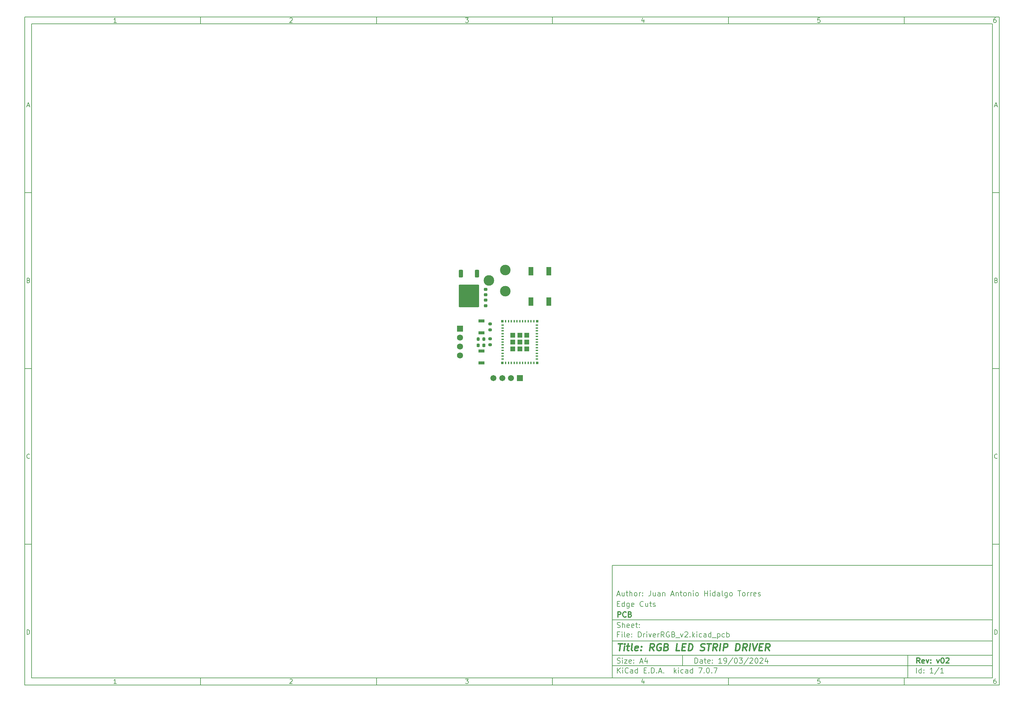
<source format=gbs>
%TF.GenerationSoftware,KiCad,Pcbnew,7.0.7*%
%TF.CreationDate,2024-06-20T22:52:00+02:00*%
%TF.ProjectId,DriverRGB_v2,44726976-6572-4524-9742-5f76322e6b69,v02*%
%TF.SameCoordinates,Original*%
%TF.FileFunction,Soldermask,Bot*%
%TF.FilePolarity,Negative*%
%FSLAX46Y46*%
G04 Gerber Fmt 4.6, Leading zero omitted, Abs format (unit mm)*
G04 Created by KiCad (PCBNEW 7.0.7) date 2024-06-20 22:52:00*
%MOMM*%
%LPD*%
G01*
G04 APERTURE LIST*
G04 Aperture macros list*
%AMRoundRect*
0 Rectangle with rounded corners*
0 $1 Rounding radius*
0 $2 $3 $4 $5 $6 $7 $8 $9 X,Y pos of 4 corners*
0 Add a 4 corners polygon primitive as box body*
4,1,4,$2,$3,$4,$5,$6,$7,$8,$9,$2,$3,0*
0 Add four circle primitives for the rounded corners*
1,1,$1+$1,$2,$3*
1,1,$1+$1,$4,$5*
1,1,$1+$1,$6,$7*
1,1,$1+$1,$8,$9*
0 Add four rect primitives between the rounded corners*
20,1,$1+$1,$2,$3,$4,$5,0*
20,1,$1+$1,$4,$5,$6,$7,0*
20,1,$1+$1,$6,$7,$8,$9,0*
20,1,$1+$1,$8,$9,$2,$3,0*%
G04 Aperture macros list end*
%ADD10C,0.100000*%
%ADD11C,0.150000*%
%ADD12C,0.300000*%
%ADD13C,0.400000*%
%ADD14RoundRect,0.102000X0.754000X0.754000X-0.754000X0.754000X-0.754000X-0.754000X0.754000X-0.754000X0*%
%ADD15C,1.712000*%
%ADD16C,3.000000*%
%ADD17RoundRect,0.200000X-0.275000X0.200000X-0.275000X-0.200000X0.275000X-0.200000X0.275000X0.200000X0*%
%ADD18R,1.700000X0.900000*%
%ADD19RoundRect,0.200000X0.275000X-0.200000X0.275000X0.200000X-0.275000X0.200000X-0.275000X-0.200000X0*%
%ADD20R,0.400000X0.800000*%
%ADD21R,0.800000X0.400000*%
%ADD22R,1.450000X1.450000*%
%ADD23R,0.700000X0.700000*%
%ADD24RoundRect,0.225000X0.250000X-0.225000X0.250000X0.225000X-0.250000X0.225000X-0.250000X-0.225000X0*%
%ADD25RoundRect,0.200000X-0.200000X-0.275000X0.200000X-0.275000X0.200000X0.275000X-0.200000X0.275000X0*%
%ADD26R,1.725000X1.725000*%
%ADD27C,1.725000*%
%ADD28RoundRect,0.225000X0.225000X0.250000X-0.225000X0.250000X-0.225000X-0.250000X0.225000X-0.250000X0*%
%ADD29R,1.350000X2.350000*%
%ADD30RoundRect,0.250000X-0.350000X0.850000X-0.350000X-0.850000X0.350000X-0.850000X0.350000X0.850000X0*%
%ADD31RoundRect,0.249997X-2.650003X2.950003X-2.650003X-2.950003X2.650003X-2.950003X2.650003X2.950003X0*%
%ADD32RoundRect,0.225000X-0.250000X0.225000X-0.250000X-0.225000X0.250000X-0.225000X0.250000X0.225000X0*%
G04 APERTURE END LIST*
D10*
D11*
X177002200Y-166007200D02*
X285002200Y-166007200D01*
X285002200Y-198007200D01*
X177002200Y-198007200D01*
X177002200Y-166007200D01*
D10*
D11*
X10000000Y-10000000D02*
X287002200Y-10000000D01*
X287002200Y-200007200D01*
X10000000Y-200007200D01*
X10000000Y-10000000D01*
D10*
D11*
X12000000Y-12000000D02*
X285002200Y-12000000D01*
X285002200Y-198007200D01*
X12000000Y-198007200D01*
X12000000Y-12000000D01*
D10*
D11*
X60000000Y-12000000D02*
X60000000Y-10000000D01*
D10*
D11*
X110000000Y-12000000D02*
X110000000Y-10000000D01*
D10*
D11*
X160000000Y-12000000D02*
X160000000Y-10000000D01*
D10*
D11*
X210000000Y-12000000D02*
X210000000Y-10000000D01*
D10*
D11*
X260000000Y-12000000D02*
X260000000Y-10000000D01*
D10*
D11*
X36089160Y-11593604D02*
X35346303Y-11593604D01*
X35717731Y-11593604D02*
X35717731Y-10293604D01*
X35717731Y-10293604D02*
X35593922Y-10479319D01*
X35593922Y-10479319D02*
X35470112Y-10603128D01*
X35470112Y-10603128D02*
X35346303Y-10665033D01*
D10*
D11*
X85346303Y-10417414D02*
X85408207Y-10355509D01*
X85408207Y-10355509D02*
X85532017Y-10293604D01*
X85532017Y-10293604D02*
X85841541Y-10293604D01*
X85841541Y-10293604D02*
X85965350Y-10355509D01*
X85965350Y-10355509D02*
X86027255Y-10417414D01*
X86027255Y-10417414D02*
X86089160Y-10541223D01*
X86089160Y-10541223D02*
X86089160Y-10665033D01*
X86089160Y-10665033D02*
X86027255Y-10850747D01*
X86027255Y-10850747D02*
X85284398Y-11593604D01*
X85284398Y-11593604D02*
X86089160Y-11593604D01*
D10*
D11*
X135284398Y-10293604D02*
X136089160Y-10293604D01*
X136089160Y-10293604D02*
X135655826Y-10788842D01*
X135655826Y-10788842D02*
X135841541Y-10788842D01*
X135841541Y-10788842D02*
X135965350Y-10850747D01*
X135965350Y-10850747D02*
X136027255Y-10912652D01*
X136027255Y-10912652D02*
X136089160Y-11036461D01*
X136089160Y-11036461D02*
X136089160Y-11345985D01*
X136089160Y-11345985D02*
X136027255Y-11469795D01*
X136027255Y-11469795D02*
X135965350Y-11531700D01*
X135965350Y-11531700D02*
X135841541Y-11593604D01*
X135841541Y-11593604D02*
X135470112Y-11593604D01*
X135470112Y-11593604D02*
X135346303Y-11531700D01*
X135346303Y-11531700D02*
X135284398Y-11469795D01*
D10*
D11*
X185965350Y-10726938D02*
X185965350Y-11593604D01*
X185655826Y-10231700D02*
X185346303Y-11160271D01*
X185346303Y-11160271D02*
X186151064Y-11160271D01*
D10*
D11*
X236027255Y-10293604D02*
X235408207Y-10293604D01*
X235408207Y-10293604D02*
X235346303Y-10912652D01*
X235346303Y-10912652D02*
X235408207Y-10850747D01*
X235408207Y-10850747D02*
X235532017Y-10788842D01*
X235532017Y-10788842D02*
X235841541Y-10788842D01*
X235841541Y-10788842D02*
X235965350Y-10850747D01*
X235965350Y-10850747D02*
X236027255Y-10912652D01*
X236027255Y-10912652D02*
X236089160Y-11036461D01*
X236089160Y-11036461D02*
X236089160Y-11345985D01*
X236089160Y-11345985D02*
X236027255Y-11469795D01*
X236027255Y-11469795D02*
X235965350Y-11531700D01*
X235965350Y-11531700D02*
X235841541Y-11593604D01*
X235841541Y-11593604D02*
X235532017Y-11593604D01*
X235532017Y-11593604D02*
X235408207Y-11531700D01*
X235408207Y-11531700D02*
X235346303Y-11469795D01*
D10*
D11*
X285965350Y-10293604D02*
X285717731Y-10293604D01*
X285717731Y-10293604D02*
X285593922Y-10355509D01*
X285593922Y-10355509D02*
X285532017Y-10417414D01*
X285532017Y-10417414D02*
X285408207Y-10603128D01*
X285408207Y-10603128D02*
X285346303Y-10850747D01*
X285346303Y-10850747D02*
X285346303Y-11345985D01*
X285346303Y-11345985D02*
X285408207Y-11469795D01*
X285408207Y-11469795D02*
X285470112Y-11531700D01*
X285470112Y-11531700D02*
X285593922Y-11593604D01*
X285593922Y-11593604D02*
X285841541Y-11593604D01*
X285841541Y-11593604D02*
X285965350Y-11531700D01*
X285965350Y-11531700D02*
X286027255Y-11469795D01*
X286027255Y-11469795D02*
X286089160Y-11345985D01*
X286089160Y-11345985D02*
X286089160Y-11036461D01*
X286089160Y-11036461D02*
X286027255Y-10912652D01*
X286027255Y-10912652D02*
X285965350Y-10850747D01*
X285965350Y-10850747D02*
X285841541Y-10788842D01*
X285841541Y-10788842D02*
X285593922Y-10788842D01*
X285593922Y-10788842D02*
X285470112Y-10850747D01*
X285470112Y-10850747D02*
X285408207Y-10912652D01*
X285408207Y-10912652D02*
X285346303Y-11036461D01*
D10*
D11*
X60000000Y-198007200D02*
X60000000Y-200007200D01*
D10*
D11*
X110000000Y-198007200D02*
X110000000Y-200007200D01*
D10*
D11*
X160000000Y-198007200D02*
X160000000Y-200007200D01*
D10*
D11*
X210000000Y-198007200D02*
X210000000Y-200007200D01*
D10*
D11*
X260000000Y-198007200D02*
X260000000Y-200007200D01*
D10*
D11*
X36089160Y-199600804D02*
X35346303Y-199600804D01*
X35717731Y-199600804D02*
X35717731Y-198300804D01*
X35717731Y-198300804D02*
X35593922Y-198486519D01*
X35593922Y-198486519D02*
X35470112Y-198610328D01*
X35470112Y-198610328D02*
X35346303Y-198672233D01*
D10*
D11*
X85346303Y-198424614D02*
X85408207Y-198362709D01*
X85408207Y-198362709D02*
X85532017Y-198300804D01*
X85532017Y-198300804D02*
X85841541Y-198300804D01*
X85841541Y-198300804D02*
X85965350Y-198362709D01*
X85965350Y-198362709D02*
X86027255Y-198424614D01*
X86027255Y-198424614D02*
X86089160Y-198548423D01*
X86089160Y-198548423D02*
X86089160Y-198672233D01*
X86089160Y-198672233D02*
X86027255Y-198857947D01*
X86027255Y-198857947D02*
X85284398Y-199600804D01*
X85284398Y-199600804D02*
X86089160Y-199600804D01*
D10*
D11*
X135284398Y-198300804D02*
X136089160Y-198300804D01*
X136089160Y-198300804D02*
X135655826Y-198796042D01*
X135655826Y-198796042D02*
X135841541Y-198796042D01*
X135841541Y-198796042D02*
X135965350Y-198857947D01*
X135965350Y-198857947D02*
X136027255Y-198919852D01*
X136027255Y-198919852D02*
X136089160Y-199043661D01*
X136089160Y-199043661D02*
X136089160Y-199353185D01*
X136089160Y-199353185D02*
X136027255Y-199476995D01*
X136027255Y-199476995D02*
X135965350Y-199538900D01*
X135965350Y-199538900D02*
X135841541Y-199600804D01*
X135841541Y-199600804D02*
X135470112Y-199600804D01*
X135470112Y-199600804D02*
X135346303Y-199538900D01*
X135346303Y-199538900D02*
X135284398Y-199476995D01*
D10*
D11*
X185965350Y-198734138D02*
X185965350Y-199600804D01*
X185655826Y-198238900D02*
X185346303Y-199167471D01*
X185346303Y-199167471D02*
X186151064Y-199167471D01*
D10*
D11*
X236027255Y-198300804D02*
X235408207Y-198300804D01*
X235408207Y-198300804D02*
X235346303Y-198919852D01*
X235346303Y-198919852D02*
X235408207Y-198857947D01*
X235408207Y-198857947D02*
X235532017Y-198796042D01*
X235532017Y-198796042D02*
X235841541Y-198796042D01*
X235841541Y-198796042D02*
X235965350Y-198857947D01*
X235965350Y-198857947D02*
X236027255Y-198919852D01*
X236027255Y-198919852D02*
X236089160Y-199043661D01*
X236089160Y-199043661D02*
X236089160Y-199353185D01*
X236089160Y-199353185D02*
X236027255Y-199476995D01*
X236027255Y-199476995D02*
X235965350Y-199538900D01*
X235965350Y-199538900D02*
X235841541Y-199600804D01*
X235841541Y-199600804D02*
X235532017Y-199600804D01*
X235532017Y-199600804D02*
X235408207Y-199538900D01*
X235408207Y-199538900D02*
X235346303Y-199476995D01*
D10*
D11*
X285965350Y-198300804D02*
X285717731Y-198300804D01*
X285717731Y-198300804D02*
X285593922Y-198362709D01*
X285593922Y-198362709D02*
X285532017Y-198424614D01*
X285532017Y-198424614D02*
X285408207Y-198610328D01*
X285408207Y-198610328D02*
X285346303Y-198857947D01*
X285346303Y-198857947D02*
X285346303Y-199353185D01*
X285346303Y-199353185D02*
X285408207Y-199476995D01*
X285408207Y-199476995D02*
X285470112Y-199538900D01*
X285470112Y-199538900D02*
X285593922Y-199600804D01*
X285593922Y-199600804D02*
X285841541Y-199600804D01*
X285841541Y-199600804D02*
X285965350Y-199538900D01*
X285965350Y-199538900D02*
X286027255Y-199476995D01*
X286027255Y-199476995D02*
X286089160Y-199353185D01*
X286089160Y-199353185D02*
X286089160Y-199043661D01*
X286089160Y-199043661D02*
X286027255Y-198919852D01*
X286027255Y-198919852D02*
X285965350Y-198857947D01*
X285965350Y-198857947D02*
X285841541Y-198796042D01*
X285841541Y-198796042D02*
X285593922Y-198796042D01*
X285593922Y-198796042D02*
X285470112Y-198857947D01*
X285470112Y-198857947D02*
X285408207Y-198919852D01*
X285408207Y-198919852D02*
X285346303Y-199043661D01*
D10*
D11*
X10000000Y-60000000D02*
X12000000Y-60000000D01*
D10*
D11*
X10000000Y-110000000D02*
X12000000Y-110000000D01*
D10*
D11*
X10000000Y-160000000D02*
X12000000Y-160000000D01*
D10*
D11*
X10690476Y-35222176D02*
X11309523Y-35222176D01*
X10566666Y-35593604D02*
X10999999Y-34293604D01*
X10999999Y-34293604D02*
X11433333Y-35593604D01*
D10*
D11*
X11092857Y-84912652D02*
X11278571Y-84974557D01*
X11278571Y-84974557D02*
X11340476Y-85036461D01*
X11340476Y-85036461D02*
X11402380Y-85160271D01*
X11402380Y-85160271D02*
X11402380Y-85345985D01*
X11402380Y-85345985D02*
X11340476Y-85469795D01*
X11340476Y-85469795D02*
X11278571Y-85531700D01*
X11278571Y-85531700D02*
X11154761Y-85593604D01*
X11154761Y-85593604D02*
X10659523Y-85593604D01*
X10659523Y-85593604D02*
X10659523Y-84293604D01*
X10659523Y-84293604D02*
X11092857Y-84293604D01*
X11092857Y-84293604D02*
X11216666Y-84355509D01*
X11216666Y-84355509D02*
X11278571Y-84417414D01*
X11278571Y-84417414D02*
X11340476Y-84541223D01*
X11340476Y-84541223D02*
X11340476Y-84665033D01*
X11340476Y-84665033D02*
X11278571Y-84788842D01*
X11278571Y-84788842D02*
X11216666Y-84850747D01*
X11216666Y-84850747D02*
X11092857Y-84912652D01*
X11092857Y-84912652D02*
X10659523Y-84912652D01*
D10*
D11*
X11402380Y-135469795D02*
X11340476Y-135531700D01*
X11340476Y-135531700D02*
X11154761Y-135593604D01*
X11154761Y-135593604D02*
X11030952Y-135593604D01*
X11030952Y-135593604D02*
X10845238Y-135531700D01*
X10845238Y-135531700D02*
X10721428Y-135407890D01*
X10721428Y-135407890D02*
X10659523Y-135284080D01*
X10659523Y-135284080D02*
X10597619Y-135036461D01*
X10597619Y-135036461D02*
X10597619Y-134850747D01*
X10597619Y-134850747D02*
X10659523Y-134603128D01*
X10659523Y-134603128D02*
X10721428Y-134479319D01*
X10721428Y-134479319D02*
X10845238Y-134355509D01*
X10845238Y-134355509D02*
X11030952Y-134293604D01*
X11030952Y-134293604D02*
X11154761Y-134293604D01*
X11154761Y-134293604D02*
X11340476Y-134355509D01*
X11340476Y-134355509D02*
X11402380Y-134417414D01*
D10*
D11*
X10659523Y-185593604D02*
X10659523Y-184293604D01*
X10659523Y-184293604D02*
X10969047Y-184293604D01*
X10969047Y-184293604D02*
X11154761Y-184355509D01*
X11154761Y-184355509D02*
X11278571Y-184479319D01*
X11278571Y-184479319D02*
X11340476Y-184603128D01*
X11340476Y-184603128D02*
X11402380Y-184850747D01*
X11402380Y-184850747D02*
X11402380Y-185036461D01*
X11402380Y-185036461D02*
X11340476Y-185284080D01*
X11340476Y-185284080D02*
X11278571Y-185407890D01*
X11278571Y-185407890D02*
X11154761Y-185531700D01*
X11154761Y-185531700D02*
X10969047Y-185593604D01*
X10969047Y-185593604D02*
X10659523Y-185593604D01*
D10*
D11*
X287002200Y-60000000D02*
X285002200Y-60000000D01*
D10*
D11*
X287002200Y-110000000D02*
X285002200Y-110000000D01*
D10*
D11*
X287002200Y-160000000D02*
X285002200Y-160000000D01*
D10*
D11*
X285692676Y-35222176D02*
X286311723Y-35222176D01*
X285568866Y-35593604D02*
X286002199Y-34293604D01*
X286002199Y-34293604D02*
X286435533Y-35593604D01*
D10*
D11*
X286095057Y-84912652D02*
X286280771Y-84974557D01*
X286280771Y-84974557D02*
X286342676Y-85036461D01*
X286342676Y-85036461D02*
X286404580Y-85160271D01*
X286404580Y-85160271D02*
X286404580Y-85345985D01*
X286404580Y-85345985D02*
X286342676Y-85469795D01*
X286342676Y-85469795D02*
X286280771Y-85531700D01*
X286280771Y-85531700D02*
X286156961Y-85593604D01*
X286156961Y-85593604D02*
X285661723Y-85593604D01*
X285661723Y-85593604D02*
X285661723Y-84293604D01*
X285661723Y-84293604D02*
X286095057Y-84293604D01*
X286095057Y-84293604D02*
X286218866Y-84355509D01*
X286218866Y-84355509D02*
X286280771Y-84417414D01*
X286280771Y-84417414D02*
X286342676Y-84541223D01*
X286342676Y-84541223D02*
X286342676Y-84665033D01*
X286342676Y-84665033D02*
X286280771Y-84788842D01*
X286280771Y-84788842D02*
X286218866Y-84850747D01*
X286218866Y-84850747D02*
X286095057Y-84912652D01*
X286095057Y-84912652D02*
X285661723Y-84912652D01*
D10*
D11*
X286404580Y-135469795D02*
X286342676Y-135531700D01*
X286342676Y-135531700D02*
X286156961Y-135593604D01*
X286156961Y-135593604D02*
X286033152Y-135593604D01*
X286033152Y-135593604D02*
X285847438Y-135531700D01*
X285847438Y-135531700D02*
X285723628Y-135407890D01*
X285723628Y-135407890D02*
X285661723Y-135284080D01*
X285661723Y-135284080D02*
X285599819Y-135036461D01*
X285599819Y-135036461D02*
X285599819Y-134850747D01*
X285599819Y-134850747D02*
X285661723Y-134603128D01*
X285661723Y-134603128D02*
X285723628Y-134479319D01*
X285723628Y-134479319D02*
X285847438Y-134355509D01*
X285847438Y-134355509D02*
X286033152Y-134293604D01*
X286033152Y-134293604D02*
X286156961Y-134293604D01*
X286156961Y-134293604D02*
X286342676Y-134355509D01*
X286342676Y-134355509D02*
X286404580Y-134417414D01*
D10*
D11*
X285661723Y-185593604D02*
X285661723Y-184293604D01*
X285661723Y-184293604D02*
X285971247Y-184293604D01*
X285971247Y-184293604D02*
X286156961Y-184355509D01*
X286156961Y-184355509D02*
X286280771Y-184479319D01*
X286280771Y-184479319D02*
X286342676Y-184603128D01*
X286342676Y-184603128D02*
X286404580Y-184850747D01*
X286404580Y-184850747D02*
X286404580Y-185036461D01*
X286404580Y-185036461D02*
X286342676Y-185284080D01*
X286342676Y-185284080D02*
X286280771Y-185407890D01*
X286280771Y-185407890D02*
X286156961Y-185531700D01*
X286156961Y-185531700D02*
X285971247Y-185593604D01*
X285971247Y-185593604D02*
X285661723Y-185593604D01*
D10*
D11*
X200458026Y-193793328D02*
X200458026Y-192293328D01*
X200458026Y-192293328D02*
X200815169Y-192293328D01*
X200815169Y-192293328D02*
X201029455Y-192364757D01*
X201029455Y-192364757D02*
X201172312Y-192507614D01*
X201172312Y-192507614D02*
X201243741Y-192650471D01*
X201243741Y-192650471D02*
X201315169Y-192936185D01*
X201315169Y-192936185D02*
X201315169Y-193150471D01*
X201315169Y-193150471D02*
X201243741Y-193436185D01*
X201243741Y-193436185D02*
X201172312Y-193579042D01*
X201172312Y-193579042D02*
X201029455Y-193721900D01*
X201029455Y-193721900D02*
X200815169Y-193793328D01*
X200815169Y-193793328D02*
X200458026Y-193793328D01*
X202600884Y-193793328D02*
X202600884Y-193007614D01*
X202600884Y-193007614D02*
X202529455Y-192864757D01*
X202529455Y-192864757D02*
X202386598Y-192793328D01*
X202386598Y-192793328D02*
X202100884Y-192793328D01*
X202100884Y-192793328D02*
X201958026Y-192864757D01*
X202600884Y-193721900D02*
X202458026Y-193793328D01*
X202458026Y-193793328D02*
X202100884Y-193793328D01*
X202100884Y-193793328D02*
X201958026Y-193721900D01*
X201958026Y-193721900D02*
X201886598Y-193579042D01*
X201886598Y-193579042D02*
X201886598Y-193436185D01*
X201886598Y-193436185D02*
X201958026Y-193293328D01*
X201958026Y-193293328D02*
X202100884Y-193221900D01*
X202100884Y-193221900D02*
X202458026Y-193221900D01*
X202458026Y-193221900D02*
X202600884Y-193150471D01*
X203100884Y-192793328D02*
X203672312Y-192793328D01*
X203315169Y-192293328D02*
X203315169Y-193579042D01*
X203315169Y-193579042D02*
X203386598Y-193721900D01*
X203386598Y-193721900D02*
X203529455Y-193793328D01*
X203529455Y-193793328D02*
X203672312Y-193793328D01*
X204743741Y-193721900D02*
X204600884Y-193793328D01*
X204600884Y-193793328D02*
X204315170Y-193793328D01*
X204315170Y-193793328D02*
X204172312Y-193721900D01*
X204172312Y-193721900D02*
X204100884Y-193579042D01*
X204100884Y-193579042D02*
X204100884Y-193007614D01*
X204100884Y-193007614D02*
X204172312Y-192864757D01*
X204172312Y-192864757D02*
X204315170Y-192793328D01*
X204315170Y-192793328D02*
X204600884Y-192793328D01*
X204600884Y-192793328D02*
X204743741Y-192864757D01*
X204743741Y-192864757D02*
X204815170Y-193007614D01*
X204815170Y-193007614D02*
X204815170Y-193150471D01*
X204815170Y-193150471D02*
X204100884Y-193293328D01*
X205458026Y-193650471D02*
X205529455Y-193721900D01*
X205529455Y-193721900D02*
X205458026Y-193793328D01*
X205458026Y-193793328D02*
X205386598Y-193721900D01*
X205386598Y-193721900D02*
X205458026Y-193650471D01*
X205458026Y-193650471D02*
X205458026Y-193793328D01*
X205458026Y-192864757D02*
X205529455Y-192936185D01*
X205529455Y-192936185D02*
X205458026Y-193007614D01*
X205458026Y-193007614D02*
X205386598Y-192936185D01*
X205386598Y-192936185D02*
X205458026Y-192864757D01*
X205458026Y-192864757D02*
X205458026Y-193007614D01*
X208100884Y-193793328D02*
X207243741Y-193793328D01*
X207672312Y-193793328D02*
X207672312Y-192293328D01*
X207672312Y-192293328D02*
X207529455Y-192507614D01*
X207529455Y-192507614D02*
X207386598Y-192650471D01*
X207386598Y-192650471D02*
X207243741Y-192721900D01*
X208815169Y-193793328D02*
X209100883Y-193793328D01*
X209100883Y-193793328D02*
X209243740Y-193721900D01*
X209243740Y-193721900D02*
X209315169Y-193650471D01*
X209315169Y-193650471D02*
X209458026Y-193436185D01*
X209458026Y-193436185D02*
X209529455Y-193150471D01*
X209529455Y-193150471D02*
X209529455Y-192579042D01*
X209529455Y-192579042D02*
X209458026Y-192436185D01*
X209458026Y-192436185D02*
X209386598Y-192364757D01*
X209386598Y-192364757D02*
X209243740Y-192293328D01*
X209243740Y-192293328D02*
X208958026Y-192293328D01*
X208958026Y-192293328D02*
X208815169Y-192364757D01*
X208815169Y-192364757D02*
X208743740Y-192436185D01*
X208743740Y-192436185D02*
X208672312Y-192579042D01*
X208672312Y-192579042D02*
X208672312Y-192936185D01*
X208672312Y-192936185D02*
X208743740Y-193079042D01*
X208743740Y-193079042D02*
X208815169Y-193150471D01*
X208815169Y-193150471D02*
X208958026Y-193221900D01*
X208958026Y-193221900D02*
X209243740Y-193221900D01*
X209243740Y-193221900D02*
X209386598Y-193150471D01*
X209386598Y-193150471D02*
X209458026Y-193079042D01*
X209458026Y-193079042D02*
X209529455Y-192936185D01*
X211243740Y-192221900D02*
X209958026Y-194150471D01*
X212029455Y-192293328D02*
X212172312Y-192293328D01*
X212172312Y-192293328D02*
X212315169Y-192364757D01*
X212315169Y-192364757D02*
X212386598Y-192436185D01*
X212386598Y-192436185D02*
X212458026Y-192579042D01*
X212458026Y-192579042D02*
X212529455Y-192864757D01*
X212529455Y-192864757D02*
X212529455Y-193221900D01*
X212529455Y-193221900D02*
X212458026Y-193507614D01*
X212458026Y-193507614D02*
X212386598Y-193650471D01*
X212386598Y-193650471D02*
X212315169Y-193721900D01*
X212315169Y-193721900D02*
X212172312Y-193793328D01*
X212172312Y-193793328D02*
X212029455Y-193793328D01*
X212029455Y-193793328D02*
X211886598Y-193721900D01*
X211886598Y-193721900D02*
X211815169Y-193650471D01*
X211815169Y-193650471D02*
X211743740Y-193507614D01*
X211743740Y-193507614D02*
X211672312Y-193221900D01*
X211672312Y-193221900D02*
X211672312Y-192864757D01*
X211672312Y-192864757D02*
X211743740Y-192579042D01*
X211743740Y-192579042D02*
X211815169Y-192436185D01*
X211815169Y-192436185D02*
X211886598Y-192364757D01*
X211886598Y-192364757D02*
X212029455Y-192293328D01*
X213029454Y-192293328D02*
X213958026Y-192293328D01*
X213958026Y-192293328D02*
X213458026Y-192864757D01*
X213458026Y-192864757D02*
X213672311Y-192864757D01*
X213672311Y-192864757D02*
X213815169Y-192936185D01*
X213815169Y-192936185D02*
X213886597Y-193007614D01*
X213886597Y-193007614D02*
X213958026Y-193150471D01*
X213958026Y-193150471D02*
X213958026Y-193507614D01*
X213958026Y-193507614D02*
X213886597Y-193650471D01*
X213886597Y-193650471D02*
X213815169Y-193721900D01*
X213815169Y-193721900D02*
X213672311Y-193793328D01*
X213672311Y-193793328D02*
X213243740Y-193793328D01*
X213243740Y-193793328D02*
X213100883Y-193721900D01*
X213100883Y-193721900D02*
X213029454Y-193650471D01*
X215672311Y-192221900D02*
X214386597Y-194150471D01*
X216100883Y-192436185D02*
X216172311Y-192364757D01*
X216172311Y-192364757D02*
X216315169Y-192293328D01*
X216315169Y-192293328D02*
X216672311Y-192293328D01*
X216672311Y-192293328D02*
X216815169Y-192364757D01*
X216815169Y-192364757D02*
X216886597Y-192436185D01*
X216886597Y-192436185D02*
X216958026Y-192579042D01*
X216958026Y-192579042D02*
X216958026Y-192721900D01*
X216958026Y-192721900D02*
X216886597Y-192936185D01*
X216886597Y-192936185D02*
X216029454Y-193793328D01*
X216029454Y-193793328D02*
X216958026Y-193793328D01*
X217886597Y-192293328D02*
X218029454Y-192293328D01*
X218029454Y-192293328D02*
X218172311Y-192364757D01*
X218172311Y-192364757D02*
X218243740Y-192436185D01*
X218243740Y-192436185D02*
X218315168Y-192579042D01*
X218315168Y-192579042D02*
X218386597Y-192864757D01*
X218386597Y-192864757D02*
X218386597Y-193221900D01*
X218386597Y-193221900D02*
X218315168Y-193507614D01*
X218315168Y-193507614D02*
X218243740Y-193650471D01*
X218243740Y-193650471D02*
X218172311Y-193721900D01*
X218172311Y-193721900D02*
X218029454Y-193793328D01*
X218029454Y-193793328D02*
X217886597Y-193793328D01*
X217886597Y-193793328D02*
X217743740Y-193721900D01*
X217743740Y-193721900D02*
X217672311Y-193650471D01*
X217672311Y-193650471D02*
X217600882Y-193507614D01*
X217600882Y-193507614D02*
X217529454Y-193221900D01*
X217529454Y-193221900D02*
X217529454Y-192864757D01*
X217529454Y-192864757D02*
X217600882Y-192579042D01*
X217600882Y-192579042D02*
X217672311Y-192436185D01*
X217672311Y-192436185D02*
X217743740Y-192364757D01*
X217743740Y-192364757D02*
X217886597Y-192293328D01*
X218958025Y-192436185D02*
X219029453Y-192364757D01*
X219029453Y-192364757D02*
X219172311Y-192293328D01*
X219172311Y-192293328D02*
X219529453Y-192293328D01*
X219529453Y-192293328D02*
X219672311Y-192364757D01*
X219672311Y-192364757D02*
X219743739Y-192436185D01*
X219743739Y-192436185D02*
X219815168Y-192579042D01*
X219815168Y-192579042D02*
X219815168Y-192721900D01*
X219815168Y-192721900D02*
X219743739Y-192936185D01*
X219743739Y-192936185D02*
X218886596Y-193793328D01*
X218886596Y-193793328D02*
X219815168Y-193793328D01*
X221100882Y-192793328D02*
X221100882Y-193793328D01*
X220743739Y-192221900D02*
X220386596Y-193293328D01*
X220386596Y-193293328D02*
X221315167Y-193293328D01*
D10*
D11*
X177002200Y-194507200D02*
X285002200Y-194507200D01*
D10*
D11*
X178458026Y-196593328D02*
X178458026Y-195093328D01*
X179315169Y-196593328D02*
X178672312Y-195736185D01*
X179315169Y-195093328D02*
X178458026Y-195950471D01*
X179958026Y-196593328D02*
X179958026Y-195593328D01*
X179958026Y-195093328D02*
X179886598Y-195164757D01*
X179886598Y-195164757D02*
X179958026Y-195236185D01*
X179958026Y-195236185D02*
X180029455Y-195164757D01*
X180029455Y-195164757D02*
X179958026Y-195093328D01*
X179958026Y-195093328D02*
X179958026Y-195236185D01*
X181529455Y-196450471D02*
X181458027Y-196521900D01*
X181458027Y-196521900D02*
X181243741Y-196593328D01*
X181243741Y-196593328D02*
X181100884Y-196593328D01*
X181100884Y-196593328D02*
X180886598Y-196521900D01*
X180886598Y-196521900D02*
X180743741Y-196379042D01*
X180743741Y-196379042D02*
X180672312Y-196236185D01*
X180672312Y-196236185D02*
X180600884Y-195950471D01*
X180600884Y-195950471D02*
X180600884Y-195736185D01*
X180600884Y-195736185D02*
X180672312Y-195450471D01*
X180672312Y-195450471D02*
X180743741Y-195307614D01*
X180743741Y-195307614D02*
X180886598Y-195164757D01*
X180886598Y-195164757D02*
X181100884Y-195093328D01*
X181100884Y-195093328D02*
X181243741Y-195093328D01*
X181243741Y-195093328D02*
X181458027Y-195164757D01*
X181458027Y-195164757D02*
X181529455Y-195236185D01*
X182815170Y-196593328D02*
X182815170Y-195807614D01*
X182815170Y-195807614D02*
X182743741Y-195664757D01*
X182743741Y-195664757D02*
X182600884Y-195593328D01*
X182600884Y-195593328D02*
X182315170Y-195593328D01*
X182315170Y-195593328D02*
X182172312Y-195664757D01*
X182815170Y-196521900D02*
X182672312Y-196593328D01*
X182672312Y-196593328D02*
X182315170Y-196593328D01*
X182315170Y-196593328D02*
X182172312Y-196521900D01*
X182172312Y-196521900D02*
X182100884Y-196379042D01*
X182100884Y-196379042D02*
X182100884Y-196236185D01*
X182100884Y-196236185D02*
X182172312Y-196093328D01*
X182172312Y-196093328D02*
X182315170Y-196021900D01*
X182315170Y-196021900D02*
X182672312Y-196021900D01*
X182672312Y-196021900D02*
X182815170Y-195950471D01*
X184172313Y-196593328D02*
X184172313Y-195093328D01*
X184172313Y-196521900D02*
X184029455Y-196593328D01*
X184029455Y-196593328D02*
X183743741Y-196593328D01*
X183743741Y-196593328D02*
X183600884Y-196521900D01*
X183600884Y-196521900D02*
X183529455Y-196450471D01*
X183529455Y-196450471D02*
X183458027Y-196307614D01*
X183458027Y-196307614D02*
X183458027Y-195879042D01*
X183458027Y-195879042D02*
X183529455Y-195736185D01*
X183529455Y-195736185D02*
X183600884Y-195664757D01*
X183600884Y-195664757D02*
X183743741Y-195593328D01*
X183743741Y-195593328D02*
X184029455Y-195593328D01*
X184029455Y-195593328D02*
X184172313Y-195664757D01*
X186029455Y-195807614D02*
X186529455Y-195807614D01*
X186743741Y-196593328D02*
X186029455Y-196593328D01*
X186029455Y-196593328D02*
X186029455Y-195093328D01*
X186029455Y-195093328D02*
X186743741Y-195093328D01*
X187386598Y-196450471D02*
X187458027Y-196521900D01*
X187458027Y-196521900D02*
X187386598Y-196593328D01*
X187386598Y-196593328D02*
X187315170Y-196521900D01*
X187315170Y-196521900D02*
X187386598Y-196450471D01*
X187386598Y-196450471D02*
X187386598Y-196593328D01*
X188100884Y-196593328D02*
X188100884Y-195093328D01*
X188100884Y-195093328D02*
X188458027Y-195093328D01*
X188458027Y-195093328D02*
X188672313Y-195164757D01*
X188672313Y-195164757D02*
X188815170Y-195307614D01*
X188815170Y-195307614D02*
X188886599Y-195450471D01*
X188886599Y-195450471D02*
X188958027Y-195736185D01*
X188958027Y-195736185D02*
X188958027Y-195950471D01*
X188958027Y-195950471D02*
X188886599Y-196236185D01*
X188886599Y-196236185D02*
X188815170Y-196379042D01*
X188815170Y-196379042D02*
X188672313Y-196521900D01*
X188672313Y-196521900D02*
X188458027Y-196593328D01*
X188458027Y-196593328D02*
X188100884Y-196593328D01*
X189600884Y-196450471D02*
X189672313Y-196521900D01*
X189672313Y-196521900D02*
X189600884Y-196593328D01*
X189600884Y-196593328D02*
X189529456Y-196521900D01*
X189529456Y-196521900D02*
X189600884Y-196450471D01*
X189600884Y-196450471D02*
X189600884Y-196593328D01*
X190243742Y-196164757D02*
X190958028Y-196164757D01*
X190100885Y-196593328D02*
X190600885Y-195093328D01*
X190600885Y-195093328D02*
X191100885Y-196593328D01*
X191600884Y-196450471D02*
X191672313Y-196521900D01*
X191672313Y-196521900D02*
X191600884Y-196593328D01*
X191600884Y-196593328D02*
X191529456Y-196521900D01*
X191529456Y-196521900D02*
X191600884Y-196450471D01*
X191600884Y-196450471D02*
X191600884Y-196593328D01*
X194600884Y-196593328D02*
X194600884Y-195093328D01*
X194743742Y-196021900D02*
X195172313Y-196593328D01*
X195172313Y-195593328D02*
X194600884Y-196164757D01*
X195815170Y-196593328D02*
X195815170Y-195593328D01*
X195815170Y-195093328D02*
X195743742Y-195164757D01*
X195743742Y-195164757D02*
X195815170Y-195236185D01*
X195815170Y-195236185D02*
X195886599Y-195164757D01*
X195886599Y-195164757D02*
X195815170Y-195093328D01*
X195815170Y-195093328D02*
X195815170Y-195236185D01*
X197172314Y-196521900D02*
X197029456Y-196593328D01*
X197029456Y-196593328D02*
X196743742Y-196593328D01*
X196743742Y-196593328D02*
X196600885Y-196521900D01*
X196600885Y-196521900D02*
X196529456Y-196450471D01*
X196529456Y-196450471D02*
X196458028Y-196307614D01*
X196458028Y-196307614D02*
X196458028Y-195879042D01*
X196458028Y-195879042D02*
X196529456Y-195736185D01*
X196529456Y-195736185D02*
X196600885Y-195664757D01*
X196600885Y-195664757D02*
X196743742Y-195593328D01*
X196743742Y-195593328D02*
X197029456Y-195593328D01*
X197029456Y-195593328D02*
X197172314Y-195664757D01*
X198458028Y-196593328D02*
X198458028Y-195807614D01*
X198458028Y-195807614D02*
X198386599Y-195664757D01*
X198386599Y-195664757D02*
X198243742Y-195593328D01*
X198243742Y-195593328D02*
X197958028Y-195593328D01*
X197958028Y-195593328D02*
X197815170Y-195664757D01*
X198458028Y-196521900D02*
X198315170Y-196593328D01*
X198315170Y-196593328D02*
X197958028Y-196593328D01*
X197958028Y-196593328D02*
X197815170Y-196521900D01*
X197815170Y-196521900D02*
X197743742Y-196379042D01*
X197743742Y-196379042D02*
X197743742Y-196236185D01*
X197743742Y-196236185D02*
X197815170Y-196093328D01*
X197815170Y-196093328D02*
X197958028Y-196021900D01*
X197958028Y-196021900D02*
X198315170Y-196021900D01*
X198315170Y-196021900D02*
X198458028Y-195950471D01*
X199815171Y-196593328D02*
X199815171Y-195093328D01*
X199815171Y-196521900D02*
X199672313Y-196593328D01*
X199672313Y-196593328D02*
X199386599Y-196593328D01*
X199386599Y-196593328D02*
X199243742Y-196521900D01*
X199243742Y-196521900D02*
X199172313Y-196450471D01*
X199172313Y-196450471D02*
X199100885Y-196307614D01*
X199100885Y-196307614D02*
X199100885Y-195879042D01*
X199100885Y-195879042D02*
X199172313Y-195736185D01*
X199172313Y-195736185D02*
X199243742Y-195664757D01*
X199243742Y-195664757D02*
X199386599Y-195593328D01*
X199386599Y-195593328D02*
X199672313Y-195593328D01*
X199672313Y-195593328D02*
X199815171Y-195664757D01*
X201529456Y-195093328D02*
X202529456Y-195093328D01*
X202529456Y-195093328D02*
X201886599Y-196593328D01*
X203100884Y-196450471D02*
X203172313Y-196521900D01*
X203172313Y-196521900D02*
X203100884Y-196593328D01*
X203100884Y-196593328D02*
X203029456Y-196521900D01*
X203029456Y-196521900D02*
X203100884Y-196450471D01*
X203100884Y-196450471D02*
X203100884Y-196593328D01*
X204100885Y-195093328D02*
X204243742Y-195093328D01*
X204243742Y-195093328D02*
X204386599Y-195164757D01*
X204386599Y-195164757D02*
X204458028Y-195236185D01*
X204458028Y-195236185D02*
X204529456Y-195379042D01*
X204529456Y-195379042D02*
X204600885Y-195664757D01*
X204600885Y-195664757D02*
X204600885Y-196021900D01*
X204600885Y-196021900D02*
X204529456Y-196307614D01*
X204529456Y-196307614D02*
X204458028Y-196450471D01*
X204458028Y-196450471D02*
X204386599Y-196521900D01*
X204386599Y-196521900D02*
X204243742Y-196593328D01*
X204243742Y-196593328D02*
X204100885Y-196593328D01*
X204100885Y-196593328D02*
X203958028Y-196521900D01*
X203958028Y-196521900D02*
X203886599Y-196450471D01*
X203886599Y-196450471D02*
X203815170Y-196307614D01*
X203815170Y-196307614D02*
X203743742Y-196021900D01*
X203743742Y-196021900D02*
X203743742Y-195664757D01*
X203743742Y-195664757D02*
X203815170Y-195379042D01*
X203815170Y-195379042D02*
X203886599Y-195236185D01*
X203886599Y-195236185D02*
X203958028Y-195164757D01*
X203958028Y-195164757D02*
X204100885Y-195093328D01*
X205243741Y-196450471D02*
X205315170Y-196521900D01*
X205315170Y-196521900D02*
X205243741Y-196593328D01*
X205243741Y-196593328D02*
X205172313Y-196521900D01*
X205172313Y-196521900D02*
X205243741Y-196450471D01*
X205243741Y-196450471D02*
X205243741Y-196593328D01*
X205815170Y-195093328D02*
X206815170Y-195093328D01*
X206815170Y-195093328D02*
X206172313Y-196593328D01*
D10*
D11*
X177002200Y-191507200D02*
X285002200Y-191507200D01*
D10*
D12*
X264413853Y-193785528D02*
X263913853Y-193071242D01*
X263556710Y-193785528D02*
X263556710Y-192285528D01*
X263556710Y-192285528D02*
X264128139Y-192285528D01*
X264128139Y-192285528D02*
X264270996Y-192356957D01*
X264270996Y-192356957D02*
X264342425Y-192428385D01*
X264342425Y-192428385D02*
X264413853Y-192571242D01*
X264413853Y-192571242D02*
X264413853Y-192785528D01*
X264413853Y-192785528D02*
X264342425Y-192928385D01*
X264342425Y-192928385D02*
X264270996Y-192999814D01*
X264270996Y-192999814D02*
X264128139Y-193071242D01*
X264128139Y-193071242D02*
X263556710Y-193071242D01*
X265628139Y-193714100D02*
X265485282Y-193785528D01*
X265485282Y-193785528D02*
X265199568Y-193785528D01*
X265199568Y-193785528D02*
X265056710Y-193714100D01*
X265056710Y-193714100D02*
X264985282Y-193571242D01*
X264985282Y-193571242D02*
X264985282Y-192999814D01*
X264985282Y-192999814D02*
X265056710Y-192856957D01*
X265056710Y-192856957D02*
X265199568Y-192785528D01*
X265199568Y-192785528D02*
X265485282Y-192785528D01*
X265485282Y-192785528D02*
X265628139Y-192856957D01*
X265628139Y-192856957D02*
X265699568Y-192999814D01*
X265699568Y-192999814D02*
X265699568Y-193142671D01*
X265699568Y-193142671D02*
X264985282Y-193285528D01*
X266199567Y-192785528D02*
X266556710Y-193785528D01*
X266556710Y-193785528D02*
X266913853Y-192785528D01*
X267485281Y-193642671D02*
X267556710Y-193714100D01*
X267556710Y-193714100D02*
X267485281Y-193785528D01*
X267485281Y-193785528D02*
X267413853Y-193714100D01*
X267413853Y-193714100D02*
X267485281Y-193642671D01*
X267485281Y-193642671D02*
X267485281Y-193785528D01*
X267485281Y-192856957D02*
X267556710Y-192928385D01*
X267556710Y-192928385D02*
X267485281Y-192999814D01*
X267485281Y-192999814D02*
X267413853Y-192928385D01*
X267413853Y-192928385D02*
X267485281Y-192856957D01*
X267485281Y-192856957D02*
X267485281Y-192999814D01*
X269199567Y-192785528D02*
X269556710Y-193785528D01*
X269556710Y-193785528D02*
X269913853Y-192785528D01*
X270770996Y-192285528D02*
X270913853Y-192285528D01*
X270913853Y-192285528D02*
X271056710Y-192356957D01*
X271056710Y-192356957D02*
X271128139Y-192428385D01*
X271128139Y-192428385D02*
X271199567Y-192571242D01*
X271199567Y-192571242D02*
X271270996Y-192856957D01*
X271270996Y-192856957D02*
X271270996Y-193214100D01*
X271270996Y-193214100D02*
X271199567Y-193499814D01*
X271199567Y-193499814D02*
X271128139Y-193642671D01*
X271128139Y-193642671D02*
X271056710Y-193714100D01*
X271056710Y-193714100D02*
X270913853Y-193785528D01*
X270913853Y-193785528D02*
X270770996Y-193785528D01*
X270770996Y-193785528D02*
X270628139Y-193714100D01*
X270628139Y-193714100D02*
X270556710Y-193642671D01*
X270556710Y-193642671D02*
X270485281Y-193499814D01*
X270485281Y-193499814D02*
X270413853Y-193214100D01*
X270413853Y-193214100D02*
X270413853Y-192856957D01*
X270413853Y-192856957D02*
X270485281Y-192571242D01*
X270485281Y-192571242D02*
X270556710Y-192428385D01*
X270556710Y-192428385D02*
X270628139Y-192356957D01*
X270628139Y-192356957D02*
X270770996Y-192285528D01*
X271842424Y-192428385D02*
X271913852Y-192356957D01*
X271913852Y-192356957D02*
X272056710Y-192285528D01*
X272056710Y-192285528D02*
X272413852Y-192285528D01*
X272413852Y-192285528D02*
X272556710Y-192356957D01*
X272556710Y-192356957D02*
X272628138Y-192428385D01*
X272628138Y-192428385D02*
X272699567Y-192571242D01*
X272699567Y-192571242D02*
X272699567Y-192714100D01*
X272699567Y-192714100D02*
X272628138Y-192928385D01*
X272628138Y-192928385D02*
X271770995Y-193785528D01*
X271770995Y-193785528D02*
X272699567Y-193785528D01*
D10*
D11*
X178386598Y-193721900D02*
X178600884Y-193793328D01*
X178600884Y-193793328D02*
X178958026Y-193793328D01*
X178958026Y-193793328D02*
X179100884Y-193721900D01*
X179100884Y-193721900D02*
X179172312Y-193650471D01*
X179172312Y-193650471D02*
X179243741Y-193507614D01*
X179243741Y-193507614D02*
X179243741Y-193364757D01*
X179243741Y-193364757D02*
X179172312Y-193221900D01*
X179172312Y-193221900D02*
X179100884Y-193150471D01*
X179100884Y-193150471D02*
X178958026Y-193079042D01*
X178958026Y-193079042D02*
X178672312Y-193007614D01*
X178672312Y-193007614D02*
X178529455Y-192936185D01*
X178529455Y-192936185D02*
X178458026Y-192864757D01*
X178458026Y-192864757D02*
X178386598Y-192721900D01*
X178386598Y-192721900D02*
X178386598Y-192579042D01*
X178386598Y-192579042D02*
X178458026Y-192436185D01*
X178458026Y-192436185D02*
X178529455Y-192364757D01*
X178529455Y-192364757D02*
X178672312Y-192293328D01*
X178672312Y-192293328D02*
X179029455Y-192293328D01*
X179029455Y-192293328D02*
X179243741Y-192364757D01*
X179886597Y-193793328D02*
X179886597Y-192793328D01*
X179886597Y-192293328D02*
X179815169Y-192364757D01*
X179815169Y-192364757D02*
X179886597Y-192436185D01*
X179886597Y-192436185D02*
X179958026Y-192364757D01*
X179958026Y-192364757D02*
X179886597Y-192293328D01*
X179886597Y-192293328D02*
X179886597Y-192436185D01*
X180458026Y-192793328D02*
X181243741Y-192793328D01*
X181243741Y-192793328D02*
X180458026Y-193793328D01*
X180458026Y-193793328D02*
X181243741Y-193793328D01*
X182386598Y-193721900D02*
X182243741Y-193793328D01*
X182243741Y-193793328D02*
X181958027Y-193793328D01*
X181958027Y-193793328D02*
X181815169Y-193721900D01*
X181815169Y-193721900D02*
X181743741Y-193579042D01*
X181743741Y-193579042D02*
X181743741Y-193007614D01*
X181743741Y-193007614D02*
X181815169Y-192864757D01*
X181815169Y-192864757D02*
X181958027Y-192793328D01*
X181958027Y-192793328D02*
X182243741Y-192793328D01*
X182243741Y-192793328D02*
X182386598Y-192864757D01*
X182386598Y-192864757D02*
X182458027Y-193007614D01*
X182458027Y-193007614D02*
X182458027Y-193150471D01*
X182458027Y-193150471D02*
X181743741Y-193293328D01*
X183100883Y-193650471D02*
X183172312Y-193721900D01*
X183172312Y-193721900D02*
X183100883Y-193793328D01*
X183100883Y-193793328D02*
X183029455Y-193721900D01*
X183029455Y-193721900D02*
X183100883Y-193650471D01*
X183100883Y-193650471D02*
X183100883Y-193793328D01*
X183100883Y-192864757D02*
X183172312Y-192936185D01*
X183172312Y-192936185D02*
X183100883Y-193007614D01*
X183100883Y-193007614D02*
X183029455Y-192936185D01*
X183029455Y-192936185D02*
X183100883Y-192864757D01*
X183100883Y-192864757D02*
X183100883Y-193007614D01*
X184886598Y-193364757D02*
X185600884Y-193364757D01*
X184743741Y-193793328D02*
X185243741Y-192293328D01*
X185243741Y-192293328D02*
X185743741Y-193793328D01*
X186886598Y-192793328D02*
X186886598Y-193793328D01*
X186529455Y-192221900D02*
X186172312Y-193293328D01*
X186172312Y-193293328D02*
X187100883Y-193293328D01*
D10*
D11*
X263458026Y-196593328D02*
X263458026Y-195093328D01*
X264815170Y-196593328D02*
X264815170Y-195093328D01*
X264815170Y-196521900D02*
X264672312Y-196593328D01*
X264672312Y-196593328D02*
X264386598Y-196593328D01*
X264386598Y-196593328D02*
X264243741Y-196521900D01*
X264243741Y-196521900D02*
X264172312Y-196450471D01*
X264172312Y-196450471D02*
X264100884Y-196307614D01*
X264100884Y-196307614D02*
X264100884Y-195879042D01*
X264100884Y-195879042D02*
X264172312Y-195736185D01*
X264172312Y-195736185D02*
X264243741Y-195664757D01*
X264243741Y-195664757D02*
X264386598Y-195593328D01*
X264386598Y-195593328D02*
X264672312Y-195593328D01*
X264672312Y-195593328D02*
X264815170Y-195664757D01*
X265529455Y-196450471D02*
X265600884Y-196521900D01*
X265600884Y-196521900D02*
X265529455Y-196593328D01*
X265529455Y-196593328D02*
X265458027Y-196521900D01*
X265458027Y-196521900D02*
X265529455Y-196450471D01*
X265529455Y-196450471D02*
X265529455Y-196593328D01*
X265529455Y-195664757D02*
X265600884Y-195736185D01*
X265600884Y-195736185D02*
X265529455Y-195807614D01*
X265529455Y-195807614D02*
X265458027Y-195736185D01*
X265458027Y-195736185D02*
X265529455Y-195664757D01*
X265529455Y-195664757D02*
X265529455Y-195807614D01*
X268172313Y-196593328D02*
X267315170Y-196593328D01*
X267743741Y-196593328D02*
X267743741Y-195093328D01*
X267743741Y-195093328D02*
X267600884Y-195307614D01*
X267600884Y-195307614D02*
X267458027Y-195450471D01*
X267458027Y-195450471D02*
X267315170Y-195521900D01*
X269886598Y-195021900D02*
X268600884Y-196950471D01*
X271172313Y-196593328D02*
X270315170Y-196593328D01*
X270743741Y-196593328D02*
X270743741Y-195093328D01*
X270743741Y-195093328D02*
X270600884Y-195307614D01*
X270600884Y-195307614D02*
X270458027Y-195450471D01*
X270458027Y-195450471D02*
X270315170Y-195521900D01*
D10*
D11*
X177002200Y-187507200D02*
X285002200Y-187507200D01*
D10*
D13*
X178693928Y-188211638D02*
X179836785Y-188211638D01*
X179015357Y-190211638D02*
X179265357Y-188211638D01*
X180253452Y-190211638D02*
X180420119Y-188878304D01*
X180503452Y-188211638D02*
X180396309Y-188306876D01*
X180396309Y-188306876D02*
X180479643Y-188402114D01*
X180479643Y-188402114D02*
X180586786Y-188306876D01*
X180586786Y-188306876D02*
X180503452Y-188211638D01*
X180503452Y-188211638D02*
X180479643Y-188402114D01*
X181086786Y-188878304D02*
X181848690Y-188878304D01*
X181455833Y-188211638D02*
X181241548Y-189925923D01*
X181241548Y-189925923D02*
X181312976Y-190116400D01*
X181312976Y-190116400D02*
X181491548Y-190211638D01*
X181491548Y-190211638D02*
X181682024Y-190211638D01*
X182634405Y-190211638D02*
X182455833Y-190116400D01*
X182455833Y-190116400D02*
X182384405Y-189925923D01*
X182384405Y-189925923D02*
X182598690Y-188211638D01*
X184170119Y-190116400D02*
X183967738Y-190211638D01*
X183967738Y-190211638D02*
X183586785Y-190211638D01*
X183586785Y-190211638D02*
X183408214Y-190116400D01*
X183408214Y-190116400D02*
X183336785Y-189925923D01*
X183336785Y-189925923D02*
X183432024Y-189164019D01*
X183432024Y-189164019D02*
X183551071Y-188973542D01*
X183551071Y-188973542D02*
X183753452Y-188878304D01*
X183753452Y-188878304D02*
X184134404Y-188878304D01*
X184134404Y-188878304D02*
X184312976Y-188973542D01*
X184312976Y-188973542D02*
X184384404Y-189164019D01*
X184384404Y-189164019D02*
X184360595Y-189354495D01*
X184360595Y-189354495D02*
X183384404Y-189544971D01*
X185134405Y-190021161D02*
X185217738Y-190116400D01*
X185217738Y-190116400D02*
X185110595Y-190211638D01*
X185110595Y-190211638D02*
X185027262Y-190116400D01*
X185027262Y-190116400D02*
X185134405Y-190021161D01*
X185134405Y-190021161D02*
X185110595Y-190211638D01*
X185265357Y-188973542D02*
X185348690Y-189068780D01*
X185348690Y-189068780D02*
X185241548Y-189164019D01*
X185241548Y-189164019D02*
X185158214Y-189068780D01*
X185158214Y-189068780D02*
X185265357Y-188973542D01*
X185265357Y-188973542D02*
X185241548Y-189164019D01*
X188729643Y-190211638D02*
X188182024Y-189259257D01*
X187586786Y-190211638D02*
X187836786Y-188211638D01*
X187836786Y-188211638D02*
X188598691Y-188211638D01*
X188598691Y-188211638D02*
X188777262Y-188306876D01*
X188777262Y-188306876D02*
X188860596Y-188402114D01*
X188860596Y-188402114D02*
X188932024Y-188592590D01*
X188932024Y-188592590D02*
X188896310Y-188878304D01*
X188896310Y-188878304D02*
X188777262Y-189068780D01*
X188777262Y-189068780D02*
X188670120Y-189164019D01*
X188670120Y-189164019D02*
X188467739Y-189259257D01*
X188467739Y-189259257D02*
X187705834Y-189259257D01*
X190872501Y-188306876D02*
X190693929Y-188211638D01*
X190693929Y-188211638D02*
X190408215Y-188211638D01*
X190408215Y-188211638D02*
X190110596Y-188306876D01*
X190110596Y-188306876D02*
X189896310Y-188497352D01*
X189896310Y-188497352D02*
X189777262Y-188687828D01*
X189777262Y-188687828D02*
X189634405Y-189068780D01*
X189634405Y-189068780D02*
X189598691Y-189354495D01*
X189598691Y-189354495D02*
X189646310Y-189735447D01*
X189646310Y-189735447D02*
X189717739Y-189925923D01*
X189717739Y-189925923D02*
X189884405Y-190116400D01*
X189884405Y-190116400D02*
X190158215Y-190211638D01*
X190158215Y-190211638D02*
X190348691Y-190211638D01*
X190348691Y-190211638D02*
X190646310Y-190116400D01*
X190646310Y-190116400D02*
X190753453Y-190021161D01*
X190753453Y-190021161D02*
X190836786Y-189354495D01*
X190836786Y-189354495D02*
X190455834Y-189354495D01*
X192384405Y-189164019D02*
X192658215Y-189259257D01*
X192658215Y-189259257D02*
X192741548Y-189354495D01*
X192741548Y-189354495D02*
X192812977Y-189544971D01*
X192812977Y-189544971D02*
X192777262Y-189830685D01*
X192777262Y-189830685D02*
X192658215Y-190021161D01*
X192658215Y-190021161D02*
X192551072Y-190116400D01*
X192551072Y-190116400D02*
X192348691Y-190211638D01*
X192348691Y-190211638D02*
X191586786Y-190211638D01*
X191586786Y-190211638D02*
X191836786Y-188211638D01*
X191836786Y-188211638D02*
X192503453Y-188211638D01*
X192503453Y-188211638D02*
X192682024Y-188306876D01*
X192682024Y-188306876D02*
X192765358Y-188402114D01*
X192765358Y-188402114D02*
X192836786Y-188592590D01*
X192836786Y-188592590D02*
X192812977Y-188783066D01*
X192812977Y-188783066D02*
X192693929Y-188973542D01*
X192693929Y-188973542D02*
X192586786Y-189068780D01*
X192586786Y-189068780D02*
X192384405Y-189164019D01*
X192384405Y-189164019D02*
X191717739Y-189164019D01*
X196062977Y-190211638D02*
X195110596Y-190211638D01*
X195110596Y-190211638D02*
X195360596Y-188211638D01*
X196860597Y-189164019D02*
X197527263Y-189164019D01*
X197682025Y-190211638D02*
X196729644Y-190211638D01*
X196729644Y-190211638D02*
X196979644Y-188211638D01*
X196979644Y-188211638D02*
X197932025Y-188211638D01*
X198539168Y-190211638D02*
X198789168Y-188211638D01*
X198789168Y-188211638D02*
X199265359Y-188211638D01*
X199265359Y-188211638D02*
X199539168Y-188306876D01*
X199539168Y-188306876D02*
X199705835Y-188497352D01*
X199705835Y-188497352D02*
X199777263Y-188687828D01*
X199777263Y-188687828D02*
X199824883Y-189068780D01*
X199824883Y-189068780D02*
X199789168Y-189354495D01*
X199789168Y-189354495D02*
X199646311Y-189735447D01*
X199646311Y-189735447D02*
X199527263Y-189925923D01*
X199527263Y-189925923D02*
X199312978Y-190116400D01*
X199312978Y-190116400D02*
X199015359Y-190211638D01*
X199015359Y-190211638D02*
X198539168Y-190211638D01*
X201979645Y-190116400D02*
X202253454Y-190211638D01*
X202253454Y-190211638D02*
X202729645Y-190211638D01*
X202729645Y-190211638D02*
X202932026Y-190116400D01*
X202932026Y-190116400D02*
X203039169Y-190021161D01*
X203039169Y-190021161D02*
X203158216Y-189830685D01*
X203158216Y-189830685D02*
X203182026Y-189640209D01*
X203182026Y-189640209D02*
X203110597Y-189449733D01*
X203110597Y-189449733D02*
X203027264Y-189354495D01*
X203027264Y-189354495D02*
X202848693Y-189259257D01*
X202848693Y-189259257D02*
X202479645Y-189164019D01*
X202479645Y-189164019D02*
X202301073Y-189068780D01*
X202301073Y-189068780D02*
X202217740Y-188973542D01*
X202217740Y-188973542D02*
X202146312Y-188783066D01*
X202146312Y-188783066D02*
X202170121Y-188592590D01*
X202170121Y-188592590D02*
X202289169Y-188402114D01*
X202289169Y-188402114D02*
X202396312Y-188306876D01*
X202396312Y-188306876D02*
X202598693Y-188211638D01*
X202598693Y-188211638D02*
X203074883Y-188211638D01*
X203074883Y-188211638D02*
X203348693Y-188306876D01*
X203932026Y-188211638D02*
X205074883Y-188211638D01*
X204253455Y-190211638D02*
X204503455Y-188211638D01*
X206634407Y-190211638D02*
X206086788Y-189259257D01*
X205491550Y-190211638D02*
X205741550Y-188211638D01*
X205741550Y-188211638D02*
X206503455Y-188211638D01*
X206503455Y-188211638D02*
X206682026Y-188306876D01*
X206682026Y-188306876D02*
X206765360Y-188402114D01*
X206765360Y-188402114D02*
X206836788Y-188592590D01*
X206836788Y-188592590D02*
X206801074Y-188878304D01*
X206801074Y-188878304D02*
X206682026Y-189068780D01*
X206682026Y-189068780D02*
X206574884Y-189164019D01*
X206574884Y-189164019D02*
X206372503Y-189259257D01*
X206372503Y-189259257D02*
X205610598Y-189259257D01*
X207491550Y-190211638D02*
X207741550Y-188211638D01*
X208443931Y-190211638D02*
X208693931Y-188211638D01*
X208693931Y-188211638D02*
X209455836Y-188211638D01*
X209455836Y-188211638D02*
X209634407Y-188306876D01*
X209634407Y-188306876D02*
X209717741Y-188402114D01*
X209717741Y-188402114D02*
X209789169Y-188592590D01*
X209789169Y-188592590D02*
X209753455Y-188878304D01*
X209753455Y-188878304D02*
X209634407Y-189068780D01*
X209634407Y-189068780D02*
X209527265Y-189164019D01*
X209527265Y-189164019D02*
X209324884Y-189259257D01*
X209324884Y-189259257D02*
X208562979Y-189259257D01*
X211967741Y-190211638D02*
X212217741Y-188211638D01*
X212217741Y-188211638D02*
X212693932Y-188211638D01*
X212693932Y-188211638D02*
X212967741Y-188306876D01*
X212967741Y-188306876D02*
X213134408Y-188497352D01*
X213134408Y-188497352D02*
X213205836Y-188687828D01*
X213205836Y-188687828D02*
X213253456Y-189068780D01*
X213253456Y-189068780D02*
X213217741Y-189354495D01*
X213217741Y-189354495D02*
X213074884Y-189735447D01*
X213074884Y-189735447D02*
X212955836Y-189925923D01*
X212955836Y-189925923D02*
X212741551Y-190116400D01*
X212741551Y-190116400D02*
X212443932Y-190211638D01*
X212443932Y-190211638D02*
X211967741Y-190211638D01*
X215110598Y-190211638D02*
X214562979Y-189259257D01*
X213967741Y-190211638D02*
X214217741Y-188211638D01*
X214217741Y-188211638D02*
X214979646Y-188211638D01*
X214979646Y-188211638D02*
X215158217Y-188306876D01*
X215158217Y-188306876D02*
X215241551Y-188402114D01*
X215241551Y-188402114D02*
X215312979Y-188592590D01*
X215312979Y-188592590D02*
X215277265Y-188878304D01*
X215277265Y-188878304D02*
X215158217Y-189068780D01*
X215158217Y-189068780D02*
X215051075Y-189164019D01*
X215051075Y-189164019D02*
X214848694Y-189259257D01*
X214848694Y-189259257D02*
X214086789Y-189259257D01*
X215967741Y-190211638D02*
X216217741Y-188211638D01*
X216884408Y-188211638D02*
X217301075Y-190211638D01*
X217301075Y-190211638D02*
X218217741Y-188211638D01*
X218765361Y-189164019D02*
X219432027Y-189164019D01*
X219586789Y-190211638D02*
X218634408Y-190211638D01*
X218634408Y-190211638D02*
X218884408Y-188211638D01*
X218884408Y-188211638D02*
X219836789Y-188211638D01*
X221586789Y-190211638D02*
X221039170Y-189259257D01*
X220443932Y-190211638D02*
X220693932Y-188211638D01*
X220693932Y-188211638D02*
X221455837Y-188211638D01*
X221455837Y-188211638D02*
X221634408Y-188306876D01*
X221634408Y-188306876D02*
X221717742Y-188402114D01*
X221717742Y-188402114D02*
X221789170Y-188592590D01*
X221789170Y-188592590D02*
X221753456Y-188878304D01*
X221753456Y-188878304D02*
X221634408Y-189068780D01*
X221634408Y-189068780D02*
X221527266Y-189164019D01*
X221527266Y-189164019D02*
X221324885Y-189259257D01*
X221324885Y-189259257D02*
X220562980Y-189259257D01*
D10*
D11*
X178958026Y-185607614D02*
X178458026Y-185607614D01*
X178458026Y-186393328D02*
X178458026Y-184893328D01*
X178458026Y-184893328D02*
X179172312Y-184893328D01*
X179743740Y-186393328D02*
X179743740Y-185393328D01*
X179743740Y-184893328D02*
X179672312Y-184964757D01*
X179672312Y-184964757D02*
X179743740Y-185036185D01*
X179743740Y-185036185D02*
X179815169Y-184964757D01*
X179815169Y-184964757D02*
X179743740Y-184893328D01*
X179743740Y-184893328D02*
X179743740Y-185036185D01*
X180672312Y-186393328D02*
X180529455Y-186321900D01*
X180529455Y-186321900D02*
X180458026Y-186179042D01*
X180458026Y-186179042D02*
X180458026Y-184893328D01*
X181815169Y-186321900D02*
X181672312Y-186393328D01*
X181672312Y-186393328D02*
X181386598Y-186393328D01*
X181386598Y-186393328D02*
X181243740Y-186321900D01*
X181243740Y-186321900D02*
X181172312Y-186179042D01*
X181172312Y-186179042D02*
X181172312Y-185607614D01*
X181172312Y-185607614D02*
X181243740Y-185464757D01*
X181243740Y-185464757D02*
X181386598Y-185393328D01*
X181386598Y-185393328D02*
X181672312Y-185393328D01*
X181672312Y-185393328D02*
X181815169Y-185464757D01*
X181815169Y-185464757D02*
X181886598Y-185607614D01*
X181886598Y-185607614D02*
X181886598Y-185750471D01*
X181886598Y-185750471D02*
X181172312Y-185893328D01*
X182529454Y-186250471D02*
X182600883Y-186321900D01*
X182600883Y-186321900D02*
X182529454Y-186393328D01*
X182529454Y-186393328D02*
X182458026Y-186321900D01*
X182458026Y-186321900D02*
X182529454Y-186250471D01*
X182529454Y-186250471D02*
X182529454Y-186393328D01*
X182529454Y-185464757D02*
X182600883Y-185536185D01*
X182600883Y-185536185D02*
X182529454Y-185607614D01*
X182529454Y-185607614D02*
X182458026Y-185536185D01*
X182458026Y-185536185D02*
X182529454Y-185464757D01*
X182529454Y-185464757D02*
X182529454Y-185607614D01*
X184386597Y-186393328D02*
X184386597Y-184893328D01*
X184386597Y-184893328D02*
X184743740Y-184893328D01*
X184743740Y-184893328D02*
X184958026Y-184964757D01*
X184958026Y-184964757D02*
X185100883Y-185107614D01*
X185100883Y-185107614D02*
X185172312Y-185250471D01*
X185172312Y-185250471D02*
X185243740Y-185536185D01*
X185243740Y-185536185D02*
X185243740Y-185750471D01*
X185243740Y-185750471D02*
X185172312Y-186036185D01*
X185172312Y-186036185D02*
X185100883Y-186179042D01*
X185100883Y-186179042D02*
X184958026Y-186321900D01*
X184958026Y-186321900D02*
X184743740Y-186393328D01*
X184743740Y-186393328D02*
X184386597Y-186393328D01*
X185886597Y-186393328D02*
X185886597Y-185393328D01*
X185886597Y-185679042D02*
X185958026Y-185536185D01*
X185958026Y-185536185D02*
X186029455Y-185464757D01*
X186029455Y-185464757D02*
X186172312Y-185393328D01*
X186172312Y-185393328D02*
X186315169Y-185393328D01*
X186815168Y-186393328D02*
X186815168Y-185393328D01*
X186815168Y-184893328D02*
X186743740Y-184964757D01*
X186743740Y-184964757D02*
X186815168Y-185036185D01*
X186815168Y-185036185D02*
X186886597Y-184964757D01*
X186886597Y-184964757D02*
X186815168Y-184893328D01*
X186815168Y-184893328D02*
X186815168Y-185036185D01*
X187386597Y-185393328D02*
X187743740Y-186393328D01*
X187743740Y-186393328D02*
X188100883Y-185393328D01*
X189243740Y-186321900D02*
X189100883Y-186393328D01*
X189100883Y-186393328D02*
X188815169Y-186393328D01*
X188815169Y-186393328D02*
X188672311Y-186321900D01*
X188672311Y-186321900D02*
X188600883Y-186179042D01*
X188600883Y-186179042D02*
X188600883Y-185607614D01*
X188600883Y-185607614D02*
X188672311Y-185464757D01*
X188672311Y-185464757D02*
X188815169Y-185393328D01*
X188815169Y-185393328D02*
X189100883Y-185393328D01*
X189100883Y-185393328D02*
X189243740Y-185464757D01*
X189243740Y-185464757D02*
X189315169Y-185607614D01*
X189315169Y-185607614D02*
X189315169Y-185750471D01*
X189315169Y-185750471D02*
X188600883Y-185893328D01*
X189958025Y-186393328D02*
X189958025Y-185393328D01*
X189958025Y-185679042D02*
X190029454Y-185536185D01*
X190029454Y-185536185D02*
X190100883Y-185464757D01*
X190100883Y-185464757D02*
X190243740Y-185393328D01*
X190243740Y-185393328D02*
X190386597Y-185393328D01*
X191743739Y-186393328D02*
X191243739Y-185679042D01*
X190886596Y-186393328D02*
X190886596Y-184893328D01*
X190886596Y-184893328D02*
X191458025Y-184893328D01*
X191458025Y-184893328D02*
X191600882Y-184964757D01*
X191600882Y-184964757D02*
X191672311Y-185036185D01*
X191672311Y-185036185D02*
X191743739Y-185179042D01*
X191743739Y-185179042D02*
X191743739Y-185393328D01*
X191743739Y-185393328D02*
X191672311Y-185536185D01*
X191672311Y-185536185D02*
X191600882Y-185607614D01*
X191600882Y-185607614D02*
X191458025Y-185679042D01*
X191458025Y-185679042D02*
X190886596Y-185679042D01*
X193172311Y-184964757D02*
X193029454Y-184893328D01*
X193029454Y-184893328D02*
X192815168Y-184893328D01*
X192815168Y-184893328D02*
X192600882Y-184964757D01*
X192600882Y-184964757D02*
X192458025Y-185107614D01*
X192458025Y-185107614D02*
X192386596Y-185250471D01*
X192386596Y-185250471D02*
X192315168Y-185536185D01*
X192315168Y-185536185D02*
X192315168Y-185750471D01*
X192315168Y-185750471D02*
X192386596Y-186036185D01*
X192386596Y-186036185D02*
X192458025Y-186179042D01*
X192458025Y-186179042D02*
X192600882Y-186321900D01*
X192600882Y-186321900D02*
X192815168Y-186393328D01*
X192815168Y-186393328D02*
X192958025Y-186393328D01*
X192958025Y-186393328D02*
X193172311Y-186321900D01*
X193172311Y-186321900D02*
X193243739Y-186250471D01*
X193243739Y-186250471D02*
X193243739Y-185750471D01*
X193243739Y-185750471D02*
X192958025Y-185750471D01*
X194386596Y-185607614D02*
X194600882Y-185679042D01*
X194600882Y-185679042D02*
X194672311Y-185750471D01*
X194672311Y-185750471D02*
X194743739Y-185893328D01*
X194743739Y-185893328D02*
X194743739Y-186107614D01*
X194743739Y-186107614D02*
X194672311Y-186250471D01*
X194672311Y-186250471D02*
X194600882Y-186321900D01*
X194600882Y-186321900D02*
X194458025Y-186393328D01*
X194458025Y-186393328D02*
X193886596Y-186393328D01*
X193886596Y-186393328D02*
X193886596Y-184893328D01*
X193886596Y-184893328D02*
X194386596Y-184893328D01*
X194386596Y-184893328D02*
X194529454Y-184964757D01*
X194529454Y-184964757D02*
X194600882Y-185036185D01*
X194600882Y-185036185D02*
X194672311Y-185179042D01*
X194672311Y-185179042D02*
X194672311Y-185321900D01*
X194672311Y-185321900D02*
X194600882Y-185464757D01*
X194600882Y-185464757D02*
X194529454Y-185536185D01*
X194529454Y-185536185D02*
X194386596Y-185607614D01*
X194386596Y-185607614D02*
X193886596Y-185607614D01*
X195029454Y-186536185D02*
X196172311Y-186536185D01*
X196386596Y-185393328D02*
X196743739Y-186393328D01*
X196743739Y-186393328D02*
X197100882Y-185393328D01*
X197600882Y-185036185D02*
X197672310Y-184964757D01*
X197672310Y-184964757D02*
X197815168Y-184893328D01*
X197815168Y-184893328D02*
X198172310Y-184893328D01*
X198172310Y-184893328D02*
X198315168Y-184964757D01*
X198315168Y-184964757D02*
X198386596Y-185036185D01*
X198386596Y-185036185D02*
X198458025Y-185179042D01*
X198458025Y-185179042D02*
X198458025Y-185321900D01*
X198458025Y-185321900D02*
X198386596Y-185536185D01*
X198386596Y-185536185D02*
X197529453Y-186393328D01*
X197529453Y-186393328D02*
X198458025Y-186393328D01*
X199100881Y-186250471D02*
X199172310Y-186321900D01*
X199172310Y-186321900D02*
X199100881Y-186393328D01*
X199100881Y-186393328D02*
X199029453Y-186321900D01*
X199029453Y-186321900D02*
X199100881Y-186250471D01*
X199100881Y-186250471D02*
X199100881Y-186393328D01*
X199815167Y-186393328D02*
X199815167Y-184893328D01*
X199958025Y-185821900D02*
X200386596Y-186393328D01*
X200386596Y-185393328D02*
X199815167Y-185964757D01*
X201029453Y-186393328D02*
X201029453Y-185393328D01*
X201029453Y-184893328D02*
X200958025Y-184964757D01*
X200958025Y-184964757D02*
X201029453Y-185036185D01*
X201029453Y-185036185D02*
X201100882Y-184964757D01*
X201100882Y-184964757D02*
X201029453Y-184893328D01*
X201029453Y-184893328D02*
X201029453Y-185036185D01*
X202386597Y-186321900D02*
X202243739Y-186393328D01*
X202243739Y-186393328D02*
X201958025Y-186393328D01*
X201958025Y-186393328D02*
X201815168Y-186321900D01*
X201815168Y-186321900D02*
X201743739Y-186250471D01*
X201743739Y-186250471D02*
X201672311Y-186107614D01*
X201672311Y-186107614D02*
X201672311Y-185679042D01*
X201672311Y-185679042D02*
X201743739Y-185536185D01*
X201743739Y-185536185D02*
X201815168Y-185464757D01*
X201815168Y-185464757D02*
X201958025Y-185393328D01*
X201958025Y-185393328D02*
X202243739Y-185393328D01*
X202243739Y-185393328D02*
X202386597Y-185464757D01*
X203672311Y-186393328D02*
X203672311Y-185607614D01*
X203672311Y-185607614D02*
X203600882Y-185464757D01*
X203600882Y-185464757D02*
X203458025Y-185393328D01*
X203458025Y-185393328D02*
X203172311Y-185393328D01*
X203172311Y-185393328D02*
X203029453Y-185464757D01*
X203672311Y-186321900D02*
X203529453Y-186393328D01*
X203529453Y-186393328D02*
X203172311Y-186393328D01*
X203172311Y-186393328D02*
X203029453Y-186321900D01*
X203029453Y-186321900D02*
X202958025Y-186179042D01*
X202958025Y-186179042D02*
X202958025Y-186036185D01*
X202958025Y-186036185D02*
X203029453Y-185893328D01*
X203029453Y-185893328D02*
X203172311Y-185821900D01*
X203172311Y-185821900D02*
X203529453Y-185821900D01*
X203529453Y-185821900D02*
X203672311Y-185750471D01*
X205029454Y-186393328D02*
X205029454Y-184893328D01*
X205029454Y-186321900D02*
X204886596Y-186393328D01*
X204886596Y-186393328D02*
X204600882Y-186393328D01*
X204600882Y-186393328D02*
X204458025Y-186321900D01*
X204458025Y-186321900D02*
X204386596Y-186250471D01*
X204386596Y-186250471D02*
X204315168Y-186107614D01*
X204315168Y-186107614D02*
X204315168Y-185679042D01*
X204315168Y-185679042D02*
X204386596Y-185536185D01*
X204386596Y-185536185D02*
X204458025Y-185464757D01*
X204458025Y-185464757D02*
X204600882Y-185393328D01*
X204600882Y-185393328D02*
X204886596Y-185393328D01*
X204886596Y-185393328D02*
X205029454Y-185464757D01*
X205386597Y-186536185D02*
X206529454Y-186536185D01*
X206886596Y-185393328D02*
X206886596Y-186893328D01*
X206886596Y-185464757D02*
X207029454Y-185393328D01*
X207029454Y-185393328D02*
X207315168Y-185393328D01*
X207315168Y-185393328D02*
X207458025Y-185464757D01*
X207458025Y-185464757D02*
X207529454Y-185536185D01*
X207529454Y-185536185D02*
X207600882Y-185679042D01*
X207600882Y-185679042D02*
X207600882Y-186107614D01*
X207600882Y-186107614D02*
X207529454Y-186250471D01*
X207529454Y-186250471D02*
X207458025Y-186321900D01*
X207458025Y-186321900D02*
X207315168Y-186393328D01*
X207315168Y-186393328D02*
X207029454Y-186393328D01*
X207029454Y-186393328D02*
X206886596Y-186321900D01*
X208886597Y-186321900D02*
X208743739Y-186393328D01*
X208743739Y-186393328D02*
X208458025Y-186393328D01*
X208458025Y-186393328D02*
X208315168Y-186321900D01*
X208315168Y-186321900D02*
X208243739Y-186250471D01*
X208243739Y-186250471D02*
X208172311Y-186107614D01*
X208172311Y-186107614D02*
X208172311Y-185679042D01*
X208172311Y-185679042D02*
X208243739Y-185536185D01*
X208243739Y-185536185D02*
X208315168Y-185464757D01*
X208315168Y-185464757D02*
X208458025Y-185393328D01*
X208458025Y-185393328D02*
X208743739Y-185393328D01*
X208743739Y-185393328D02*
X208886597Y-185464757D01*
X209529453Y-186393328D02*
X209529453Y-184893328D01*
X209529453Y-185464757D02*
X209672311Y-185393328D01*
X209672311Y-185393328D02*
X209958025Y-185393328D01*
X209958025Y-185393328D02*
X210100882Y-185464757D01*
X210100882Y-185464757D02*
X210172311Y-185536185D01*
X210172311Y-185536185D02*
X210243739Y-185679042D01*
X210243739Y-185679042D02*
X210243739Y-186107614D01*
X210243739Y-186107614D02*
X210172311Y-186250471D01*
X210172311Y-186250471D02*
X210100882Y-186321900D01*
X210100882Y-186321900D02*
X209958025Y-186393328D01*
X209958025Y-186393328D02*
X209672311Y-186393328D01*
X209672311Y-186393328D02*
X209529453Y-186321900D01*
D10*
D11*
X177002200Y-181507200D02*
X285002200Y-181507200D01*
D10*
D11*
X178386598Y-183621900D02*
X178600884Y-183693328D01*
X178600884Y-183693328D02*
X178958026Y-183693328D01*
X178958026Y-183693328D02*
X179100884Y-183621900D01*
X179100884Y-183621900D02*
X179172312Y-183550471D01*
X179172312Y-183550471D02*
X179243741Y-183407614D01*
X179243741Y-183407614D02*
X179243741Y-183264757D01*
X179243741Y-183264757D02*
X179172312Y-183121900D01*
X179172312Y-183121900D02*
X179100884Y-183050471D01*
X179100884Y-183050471D02*
X178958026Y-182979042D01*
X178958026Y-182979042D02*
X178672312Y-182907614D01*
X178672312Y-182907614D02*
X178529455Y-182836185D01*
X178529455Y-182836185D02*
X178458026Y-182764757D01*
X178458026Y-182764757D02*
X178386598Y-182621900D01*
X178386598Y-182621900D02*
X178386598Y-182479042D01*
X178386598Y-182479042D02*
X178458026Y-182336185D01*
X178458026Y-182336185D02*
X178529455Y-182264757D01*
X178529455Y-182264757D02*
X178672312Y-182193328D01*
X178672312Y-182193328D02*
X179029455Y-182193328D01*
X179029455Y-182193328D02*
X179243741Y-182264757D01*
X179886597Y-183693328D02*
X179886597Y-182193328D01*
X180529455Y-183693328D02*
X180529455Y-182907614D01*
X180529455Y-182907614D02*
X180458026Y-182764757D01*
X180458026Y-182764757D02*
X180315169Y-182693328D01*
X180315169Y-182693328D02*
X180100883Y-182693328D01*
X180100883Y-182693328D02*
X179958026Y-182764757D01*
X179958026Y-182764757D02*
X179886597Y-182836185D01*
X181815169Y-183621900D02*
X181672312Y-183693328D01*
X181672312Y-183693328D02*
X181386598Y-183693328D01*
X181386598Y-183693328D02*
X181243740Y-183621900D01*
X181243740Y-183621900D02*
X181172312Y-183479042D01*
X181172312Y-183479042D02*
X181172312Y-182907614D01*
X181172312Y-182907614D02*
X181243740Y-182764757D01*
X181243740Y-182764757D02*
X181386598Y-182693328D01*
X181386598Y-182693328D02*
X181672312Y-182693328D01*
X181672312Y-182693328D02*
X181815169Y-182764757D01*
X181815169Y-182764757D02*
X181886598Y-182907614D01*
X181886598Y-182907614D02*
X181886598Y-183050471D01*
X181886598Y-183050471D02*
X181172312Y-183193328D01*
X183100883Y-183621900D02*
X182958026Y-183693328D01*
X182958026Y-183693328D02*
X182672312Y-183693328D01*
X182672312Y-183693328D02*
X182529454Y-183621900D01*
X182529454Y-183621900D02*
X182458026Y-183479042D01*
X182458026Y-183479042D02*
X182458026Y-182907614D01*
X182458026Y-182907614D02*
X182529454Y-182764757D01*
X182529454Y-182764757D02*
X182672312Y-182693328D01*
X182672312Y-182693328D02*
X182958026Y-182693328D01*
X182958026Y-182693328D02*
X183100883Y-182764757D01*
X183100883Y-182764757D02*
X183172312Y-182907614D01*
X183172312Y-182907614D02*
X183172312Y-183050471D01*
X183172312Y-183050471D02*
X182458026Y-183193328D01*
X183600883Y-182693328D02*
X184172311Y-182693328D01*
X183815168Y-182193328D02*
X183815168Y-183479042D01*
X183815168Y-183479042D02*
X183886597Y-183621900D01*
X183886597Y-183621900D02*
X184029454Y-183693328D01*
X184029454Y-183693328D02*
X184172311Y-183693328D01*
X184672311Y-183550471D02*
X184743740Y-183621900D01*
X184743740Y-183621900D02*
X184672311Y-183693328D01*
X184672311Y-183693328D02*
X184600883Y-183621900D01*
X184600883Y-183621900D02*
X184672311Y-183550471D01*
X184672311Y-183550471D02*
X184672311Y-183693328D01*
X184672311Y-182764757D02*
X184743740Y-182836185D01*
X184743740Y-182836185D02*
X184672311Y-182907614D01*
X184672311Y-182907614D02*
X184600883Y-182836185D01*
X184600883Y-182836185D02*
X184672311Y-182764757D01*
X184672311Y-182764757D02*
X184672311Y-182907614D01*
D10*
D12*
X178556710Y-180685528D02*
X178556710Y-179185528D01*
X178556710Y-179185528D02*
X179128139Y-179185528D01*
X179128139Y-179185528D02*
X179270996Y-179256957D01*
X179270996Y-179256957D02*
X179342425Y-179328385D01*
X179342425Y-179328385D02*
X179413853Y-179471242D01*
X179413853Y-179471242D02*
X179413853Y-179685528D01*
X179413853Y-179685528D02*
X179342425Y-179828385D01*
X179342425Y-179828385D02*
X179270996Y-179899814D01*
X179270996Y-179899814D02*
X179128139Y-179971242D01*
X179128139Y-179971242D02*
X178556710Y-179971242D01*
X180913853Y-180542671D02*
X180842425Y-180614100D01*
X180842425Y-180614100D02*
X180628139Y-180685528D01*
X180628139Y-180685528D02*
X180485282Y-180685528D01*
X180485282Y-180685528D02*
X180270996Y-180614100D01*
X180270996Y-180614100D02*
X180128139Y-180471242D01*
X180128139Y-180471242D02*
X180056710Y-180328385D01*
X180056710Y-180328385D02*
X179985282Y-180042671D01*
X179985282Y-180042671D02*
X179985282Y-179828385D01*
X179985282Y-179828385D02*
X180056710Y-179542671D01*
X180056710Y-179542671D02*
X180128139Y-179399814D01*
X180128139Y-179399814D02*
X180270996Y-179256957D01*
X180270996Y-179256957D02*
X180485282Y-179185528D01*
X180485282Y-179185528D02*
X180628139Y-179185528D01*
X180628139Y-179185528D02*
X180842425Y-179256957D01*
X180842425Y-179256957D02*
X180913853Y-179328385D01*
X182056710Y-179899814D02*
X182270996Y-179971242D01*
X182270996Y-179971242D02*
X182342425Y-180042671D01*
X182342425Y-180042671D02*
X182413853Y-180185528D01*
X182413853Y-180185528D02*
X182413853Y-180399814D01*
X182413853Y-180399814D02*
X182342425Y-180542671D01*
X182342425Y-180542671D02*
X182270996Y-180614100D01*
X182270996Y-180614100D02*
X182128139Y-180685528D01*
X182128139Y-180685528D02*
X181556710Y-180685528D01*
X181556710Y-180685528D02*
X181556710Y-179185528D01*
X181556710Y-179185528D02*
X182056710Y-179185528D01*
X182056710Y-179185528D02*
X182199568Y-179256957D01*
X182199568Y-179256957D02*
X182270996Y-179328385D01*
X182270996Y-179328385D02*
X182342425Y-179471242D01*
X182342425Y-179471242D02*
X182342425Y-179614100D01*
X182342425Y-179614100D02*
X182270996Y-179756957D01*
X182270996Y-179756957D02*
X182199568Y-179828385D01*
X182199568Y-179828385D02*
X182056710Y-179899814D01*
X182056710Y-179899814D02*
X181556710Y-179899814D01*
D10*
D11*
X178458026Y-176907614D02*
X178958026Y-176907614D01*
X179172312Y-177693328D02*
X178458026Y-177693328D01*
X178458026Y-177693328D02*
X178458026Y-176193328D01*
X178458026Y-176193328D02*
X179172312Y-176193328D01*
X180458027Y-177693328D02*
X180458027Y-176193328D01*
X180458027Y-177621900D02*
X180315169Y-177693328D01*
X180315169Y-177693328D02*
X180029455Y-177693328D01*
X180029455Y-177693328D02*
X179886598Y-177621900D01*
X179886598Y-177621900D02*
X179815169Y-177550471D01*
X179815169Y-177550471D02*
X179743741Y-177407614D01*
X179743741Y-177407614D02*
X179743741Y-176979042D01*
X179743741Y-176979042D02*
X179815169Y-176836185D01*
X179815169Y-176836185D02*
X179886598Y-176764757D01*
X179886598Y-176764757D02*
X180029455Y-176693328D01*
X180029455Y-176693328D02*
X180315169Y-176693328D01*
X180315169Y-176693328D02*
X180458027Y-176764757D01*
X181815170Y-176693328D02*
X181815170Y-177907614D01*
X181815170Y-177907614D02*
X181743741Y-178050471D01*
X181743741Y-178050471D02*
X181672312Y-178121900D01*
X181672312Y-178121900D02*
X181529455Y-178193328D01*
X181529455Y-178193328D02*
X181315170Y-178193328D01*
X181315170Y-178193328D02*
X181172312Y-178121900D01*
X181815170Y-177621900D02*
X181672312Y-177693328D01*
X181672312Y-177693328D02*
X181386598Y-177693328D01*
X181386598Y-177693328D02*
X181243741Y-177621900D01*
X181243741Y-177621900D02*
X181172312Y-177550471D01*
X181172312Y-177550471D02*
X181100884Y-177407614D01*
X181100884Y-177407614D02*
X181100884Y-176979042D01*
X181100884Y-176979042D02*
X181172312Y-176836185D01*
X181172312Y-176836185D02*
X181243741Y-176764757D01*
X181243741Y-176764757D02*
X181386598Y-176693328D01*
X181386598Y-176693328D02*
X181672312Y-176693328D01*
X181672312Y-176693328D02*
X181815170Y-176764757D01*
X183100884Y-177621900D02*
X182958027Y-177693328D01*
X182958027Y-177693328D02*
X182672313Y-177693328D01*
X182672313Y-177693328D02*
X182529455Y-177621900D01*
X182529455Y-177621900D02*
X182458027Y-177479042D01*
X182458027Y-177479042D02*
X182458027Y-176907614D01*
X182458027Y-176907614D02*
X182529455Y-176764757D01*
X182529455Y-176764757D02*
X182672313Y-176693328D01*
X182672313Y-176693328D02*
X182958027Y-176693328D01*
X182958027Y-176693328D02*
X183100884Y-176764757D01*
X183100884Y-176764757D02*
X183172313Y-176907614D01*
X183172313Y-176907614D02*
X183172313Y-177050471D01*
X183172313Y-177050471D02*
X182458027Y-177193328D01*
X185815169Y-177550471D02*
X185743741Y-177621900D01*
X185743741Y-177621900D02*
X185529455Y-177693328D01*
X185529455Y-177693328D02*
X185386598Y-177693328D01*
X185386598Y-177693328D02*
X185172312Y-177621900D01*
X185172312Y-177621900D02*
X185029455Y-177479042D01*
X185029455Y-177479042D02*
X184958026Y-177336185D01*
X184958026Y-177336185D02*
X184886598Y-177050471D01*
X184886598Y-177050471D02*
X184886598Y-176836185D01*
X184886598Y-176836185D02*
X184958026Y-176550471D01*
X184958026Y-176550471D02*
X185029455Y-176407614D01*
X185029455Y-176407614D02*
X185172312Y-176264757D01*
X185172312Y-176264757D02*
X185386598Y-176193328D01*
X185386598Y-176193328D02*
X185529455Y-176193328D01*
X185529455Y-176193328D02*
X185743741Y-176264757D01*
X185743741Y-176264757D02*
X185815169Y-176336185D01*
X187100884Y-176693328D02*
X187100884Y-177693328D01*
X186458026Y-176693328D02*
X186458026Y-177479042D01*
X186458026Y-177479042D02*
X186529455Y-177621900D01*
X186529455Y-177621900D02*
X186672312Y-177693328D01*
X186672312Y-177693328D02*
X186886598Y-177693328D01*
X186886598Y-177693328D02*
X187029455Y-177621900D01*
X187029455Y-177621900D02*
X187100884Y-177550471D01*
X187600884Y-176693328D02*
X188172312Y-176693328D01*
X187815169Y-176193328D02*
X187815169Y-177479042D01*
X187815169Y-177479042D02*
X187886598Y-177621900D01*
X187886598Y-177621900D02*
X188029455Y-177693328D01*
X188029455Y-177693328D02*
X188172312Y-177693328D01*
X188600884Y-177621900D02*
X188743741Y-177693328D01*
X188743741Y-177693328D02*
X189029455Y-177693328D01*
X189029455Y-177693328D02*
X189172312Y-177621900D01*
X189172312Y-177621900D02*
X189243741Y-177479042D01*
X189243741Y-177479042D02*
X189243741Y-177407614D01*
X189243741Y-177407614D02*
X189172312Y-177264757D01*
X189172312Y-177264757D02*
X189029455Y-177193328D01*
X189029455Y-177193328D02*
X188815170Y-177193328D01*
X188815170Y-177193328D02*
X188672312Y-177121900D01*
X188672312Y-177121900D02*
X188600884Y-176979042D01*
X188600884Y-176979042D02*
X188600884Y-176907614D01*
X188600884Y-176907614D02*
X188672312Y-176764757D01*
X188672312Y-176764757D02*
X188815170Y-176693328D01*
X188815170Y-176693328D02*
X189029455Y-176693328D01*
X189029455Y-176693328D02*
X189172312Y-176764757D01*
D10*
D11*
X178386598Y-174264757D02*
X179100884Y-174264757D01*
X178243741Y-174693328D02*
X178743741Y-173193328D01*
X178743741Y-173193328D02*
X179243741Y-174693328D01*
X180386598Y-173693328D02*
X180386598Y-174693328D01*
X179743740Y-173693328D02*
X179743740Y-174479042D01*
X179743740Y-174479042D02*
X179815169Y-174621900D01*
X179815169Y-174621900D02*
X179958026Y-174693328D01*
X179958026Y-174693328D02*
X180172312Y-174693328D01*
X180172312Y-174693328D02*
X180315169Y-174621900D01*
X180315169Y-174621900D02*
X180386598Y-174550471D01*
X180886598Y-173693328D02*
X181458026Y-173693328D01*
X181100883Y-173193328D02*
X181100883Y-174479042D01*
X181100883Y-174479042D02*
X181172312Y-174621900D01*
X181172312Y-174621900D02*
X181315169Y-174693328D01*
X181315169Y-174693328D02*
X181458026Y-174693328D01*
X181958026Y-174693328D02*
X181958026Y-173193328D01*
X182600884Y-174693328D02*
X182600884Y-173907614D01*
X182600884Y-173907614D02*
X182529455Y-173764757D01*
X182529455Y-173764757D02*
X182386598Y-173693328D01*
X182386598Y-173693328D02*
X182172312Y-173693328D01*
X182172312Y-173693328D02*
X182029455Y-173764757D01*
X182029455Y-173764757D02*
X181958026Y-173836185D01*
X183529455Y-174693328D02*
X183386598Y-174621900D01*
X183386598Y-174621900D02*
X183315169Y-174550471D01*
X183315169Y-174550471D02*
X183243741Y-174407614D01*
X183243741Y-174407614D02*
X183243741Y-173979042D01*
X183243741Y-173979042D02*
X183315169Y-173836185D01*
X183315169Y-173836185D02*
X183386598Y-173764757D01*
X183386598Y-173764757D02*
X183529455Y-173693328D01*
X183529455Y-173693328D02*
X183743741Y-173693328D01*
X183743741Y-173693328D02*
X183886598Y-173764757D01*
X183886598Y-173764757D02*
X183958027Y-173836185D01*
X183958027Y-173836185D02*
X184029455Y-173979042D01*
X184029455Y-173979042D02*
X184029455Y-174407614D01*
X184029455Y-174407614D02*
X183958027Y-174550471D01*
X183958027Y-174550471D02*
X183886598Y-174621900D01*
X183886598Y-174621900D02*
X183743741Y-174693328D01*
X183743741Y-174693328D02*
X183529455Y-174693328D01*
X184672312Y-174693328D02*
X184672312Y-173693328D01*
X184672312Y-173979042D02*
X184743741Y-173836185D01*
X184743741Y-173836185D02*
X184815170Y-173764757D01*
X184815170Y-173764757D02*
X184958027Y-173693328D01*
X184958027Y-173693328D02*
X185100884Y-173693328D01*
X185600883Y-174550471D02*
X185672312Y-174621900D01*
X185672312Y-174621900D02*
X185600883Y-174693328D01*
X185600883Y-174693328D02*
X185529455Y-174621900D01*
X185529455Y-174621900D02*
X185600883Y-174550471D01*
X185600883Y-174550471D02*
X185600883Y-174693328D01*
X185600883Y-173764757D02*
X185672312Y-173836185D01*
X185672312Y-173836185D02*
X185600883Y-173907614D01*
X185600883Y-173907614D02*
X185529455Y-173836185D01*
X185529455Y-173836185D02*
X185600883Y-173764757D01*
X185600883Y-173764757D02*
X185600883Y-173907614D01*
X187886598Y-173193328D02*
X187886598Y-174264757D01*
X187886598Y-174264757D02*
X187815169Y-174479042D01*
X187815169Y-174479042D02*
X187672312Y-174621900D01*
X187672312Y-174621900D02*
X187458026Y-174693328D01*
X187458026Y-174693328D02*
X187315169Y-174693328D01*
X189243741Y-173693328D02*
X189243741Y-174693328D01*
X188600883Y-173693328D02*
X188600883Y-174479042D01*
X188600883Y-174479042D02*
X188672312Y-174621900D01*
X188672312Y-174621900D02*
X188815169Y-174693328D01*
X188815169Y-174693328D02*
X189029455Y-174693328D01*
X189029455Y-174693328D02*
X189172312Y-174621900D01*
X189172312Y-174621900D02*
X189243741Y-174550471D01*
X190600884Y-174693328D02*
X190600884Y-173907614D01*
X190600884Y-173907614D02*
X190529455Y-173764757D01*
X190529455Y-173764757D02*
X190386598Y-173693328D01*
X190386598Y-173693328D02*
X190100884Y-173693328D01*
X190100884Y-173693328D02*
X189958026Y-173764757D01*
X190600884Y-174621900D02*
X190458026Y-174693328D01*
X190458026Y-174693328D02*
X190100884Y-174693328D01*
X190100884Y-174693328D02*
X189958026Y-174621900D01*
X189958026Y-174621900D02*
X189886598Y-174479042D01*
X189886598Y-174479042D02*
X189886598Y-174336185D01*
X189886598Y-174336185D02*
X189958026Y-174193328D01*
X189958026Y-174193328D02*
X190100884Y-174121900D01*
X190100884Y-174121900D02*
X190458026Y-174121900D01*
X190458026Y-174121900D02*
X190600884Y-174050471D01*
X191315169Y-173693328D02*
X191315169Y-174693328D01*
X191315169Y-173836185D02*
X191386598Y-173764757D01*
X191386598Y-173764757D02*
X191529455Y-173693328D01*
X191529455Y-173693328D02*
X191743741Y-173693328D01*
X191743741Y-173693328D02*
X191886598Y-173764757D01*
X191886598Y-173764757D02*
X191958027Y-173907614D01*
X191958027Y-173907614D02*
X191958027Y-174693328D01*
X193743741Y-174264757D02*
X194458027Y-174264757D01*
X193600884Y-174693328D02*
X194100884Y-173193328D01*
X194100884Y-173193328D02*
X194600884Y-174693328D01*
X195100883Y-173693328D02*
X195100883Y-174693328D01*
X195100883Y-173836185D02*
X195172312Y-173764757D01*
X195172312Y-173764757D02*
X195315169Y-173693328D01*
X195315169Y-173693328D02*
X195529455Y-173693328D01*
X195529455Y-173693328D02*
X195672312Y-173764757D01*
X195672312Y-173764757D02*
X195743741Y-173907614D01*
X195743741Y-173907614D02*
X195743741Y-174693328D01*
X196243741Y-173693328D02*
X196815169Y-173693328D01*
X196458026Y-173193328D02*
X196458026Y-174479042D01*
X196458026Y-174479042D02*
X196529455Y-174621900D01*
X196529455Y-174621900D02*
X196672312Y-174693328D01*
X196672312Y-174693328D02*
X196815169Y-174693328D01*
X197529455Y-174693328D02*
X197386598Y-174621900D01*
X197386598Y-174621900D02*
X197315169Y-174550471D01*
X197315169Y-174550471D02*
X197243741Y-174407614D01*
X197243741Y-174407614D02*
X197243741Y-173979042D01*
X197243741Y-173979042D02*
X197315169Y-173836185D01*
X197315169Y-173836185D02*
X197386598Y-173764757D01*
X197386598Y-173764757D02*
X197529455Y-173693328D01*
X197529455Y-173693328D02*
X197743741Y-173693328D01*
X197743741Y-173693328D02*
X197886598Y-173764757D01*
X197886598Y-173764757D02*
X197958027Y-173836185D01*
X197958027Y-173836185D02*
X198029455Y-173979042D01*
X198029455Y-173979042D02*
X198029455Y-174407614D01*
X198029455Y-174407614D02*
X197958027Y-174550471D01*
X197958027Y-174550471D02*
X197886598Y-174621900D01*
X197886598Y-174621900D02*
X197743741Y-174693328D01*
X197743741Y-174693328D02*
X197529455Y-174693328D01*
X198672312Y-173693328D02*
X198672312Y-174693328D01*
X198672312Y-173836185D02*
X198743741Y-173764757D01*
X198743741Y-173764757D02*
X198886598Y-173693328D01*
X198886598Y-173693328D02*
X199100884Y-173693328D01*
X199100884Y-173693328D02*
X199243741Y-173764757D01*
X199243741Y-173764757D02*
X199315170Y-173907614D01*
X199315170Y-173907614D02*
X199315170Y-174693328D01*
X200029455Y-174693328D02*
X200029455Y-173693328D01*
X200029455Y-173193328D02*
X199958027Y-173264757D01*
X199958027Y-173264757D02*
X200029455Y-173336185D01*
X200029455Y-173336185D02*
X200100884Y-173264757D01*
X200100884Y-173264757D02*
X200029455Y-173193328D01*
X200029455Y-173193328D02*
X200029455Y-173336185D01*
X200958027Y-174693328D02*
X200815170Y-174621900D01*
X200815170Y-174621900D02*
X200743741Y-174550471D01*
X200743741Y-174550471D02*
X200672313Y-174407614D01*
X200672313Y-174407614D02*
X200672313Y-173979042D01*
X200672313Y-173979042D02*
X200743741Y-173836185D01*
X200743741Y-173836185D02*
X200815170Y-173764757D01*
X200815170Y-173764757D02*
X200958027Y-173693328D01*
X200958027Y-173693328D02*
X201172313Y-173693328D01*
X201172313Y-173693328D02*
X201315170Y-173764757D01*
X201315170Y-173764757D02*
X201386599Y-173836185D01*
X201386599Y-173836185D02*
X201458027Y-173979042D01*
X201458027Y-173979042D02*
X201458027Y-174407614D01*
X201458027Y-174407614D02*
X201386599Y-174550471D01*
X201386599Y-174550471D02*
X201315170Y-174621900D01*
X201315170Y-174621900D02*
X201172313Y-174693328D01*
X201172313Y-174693328D02*
X200958027Y-174693328D01*
X203243741Y-174693328D02*
X203243741Y-173193328D01*
X203243741Y-173907614D02*
X204100884Y-173907614D01*
X204100884Y-174693328D02*
X204100884Y-173193328D01*
X204815170Y-174693328D02*
X204815170Y-173693328D01*
X204815170Y-173193328D02*
X204743742Y-173264757D01*
X204743742Y-173264757D02*
X204815170Y-173336185D01*
X204815170Y-173336185D02*
X204886599Y-173264757D01*
X204886599Y-173264757D02*
X204815170Y-173193328D01*
X204815170Y-173193328D02*
X204815170Y-173336185D01*
X206172314Y-174693328D02*
X206172314Y-173193328D01*
X206172314Y-174621900D02*
X206029456Y-174693328D01*
X206029456Y-174693328D02*
X205743742Y-174693328D01*
X205743742Y-174693328D02*
X205600885Y-174621900D01*
X205600885Y-174621900D02*
X205529456Y-174550471D01*
X205529456Y-174550471D02*
X205458028Y-174407614D01*
X205458028Y-174407614D02*
X205458028Y-173979042D01*
X205458028Y-173979042D02*
X205529456Y-173836185D01*
X205529456Y-173836185D02*
X205600885Y-173764757D01*
X205600885Y-173764757D02*
X205743742Y-173693328D01*
X205743742Y-173693328D02*
X206029456Y-173693328D01*
X206029456Y-173693328D02*
X206172314Y-173764757D01*
X207529457Y-174693328D02*
X207529457Y-173907614D01*
X207529457Y-173907614D02*
X207458028Y-173764757D01*
X207458028Y-173764757D02*
X207315171Y-173693328D01*
X207315171Y-173693328D02*
X207029457Y-173693328D01*
X207029457Y-173693328D02*
X206886599Y-173764757D01*
X207529457Y-174621900D02*
X207386599Y-174693328D01*
X207386599Y-174693328D02*
X207029457Y-174693328D01*
X207029457Y-174693328D02*
X206886599Y-174621900D01*
X206886599Y-174621900D02*
X206815171Y-174479042D01*
X206815171Y-174479042D02*
X206815171Y-174336185D01*
X206815171Y-174336185D02*
X206886599Y-174193328D01*
X206886599Y-174193328D02*
X207029457Y-174121900D01*
X207029457Y-174121900D02*
X207386599Y-174121900D01*
X207386599Y-174121900D02*
X207529457Y-174050471D01*
X208458028Y-174693328D02*
X208315171Y-174621900D01*
X208315171Y-174621900D02*
X208243742Y-174479042D01*
X208243742Y-174479042D02*
X208243742Y-173193328D01*
X209672314Y-173693328D02*
X209672314Y-174907614D01*
X209672314Y-174907614D02*
X209600885Y-175050471D01*
X209600885Y-175050471D02*
X209529456Y-175121900D01*
X209529456Y-175121900D02*
X209386599Y-175193328D01*
X209386599Y-175193328D02*
X209172314Y-175193328D01*
X209172314Y-175193328D02*
X209029456Y-175121900D01*
X209672314Y-174621900D02*
X209529456Y-174693328D01*
X209529456Y-174693328D02*
X209243742Y-174693328D01*
X209243742Y-174693328D02*
X209100885Y-174621900D01*
X209100885Y-174621900D02*
X209029456Y-174550471D01*
X209029456Y-174550471D02*
X208958028Y-174407614D01*
X208958028Y-174407614D02*
X208958028Y-173979042D01*
X208958028Y-173979042D02*
X209029456Y-173836185D01*
X209029456Y-173836185D02*
X209100885Y-173764757D01*
X209100885Y-173764757D02*
X209243742Y-173693328D01*
X209243742Y-173693328D02*
X209529456Y-173693328D01*
X209529456Y-173693328D02*
X209672314Y-173764757D01*
X210600885Y-174693328D02*
X210458028Y-174621900D01*
X210458028Y-174621900D02*
X210386599Y-174550471D01*
X210386599Y-174550471D02*
X210315171Y-174407614D01*
X210315171Y-174407614D02*
X210315171Y-173979042D01*
X210315171Y-173979042D02*
X210386599Y-173836185D01*
X210386599Y-173836185D02*
X210458028Y-173764757D01*
X210458028Y-173764757D02*
X210600885Y-173693328D01*
X210600885Y-173693328D02*
X210815171Y-173693328D01*
X210815171Y-173693328D02*
X210958028Y-173764757D01*
X210958028Y-173764757D02*
X211029457Y-173836185D01*
X211029457Y-173836185D02*
X211100885Y-173979042D01*
X211100885Y-173979042D02*
X211100885Y-174407614D01*
X211100885Y-174407614D02*
X211029457Y-174550471D01*
X211029457Y-174550471D02*
X210958028Y-174621900D01*
X210958028Y-174621900D02*
X210815171Y-174693328D01*
X210815171Y-174693328D02*
X210600885Y-174693328D01*
X212672314Y-173193328D02*
X213529457Y-173193328D01*
X213100885Y-174693328D02*
X213100885Y-173193328D01*
X214243742Y-174693328D02*
X214100885Y-174621900D01*
X214100885Y-174621900D02*
X214029456Y-174550471D01*
X214029456Y-174550471D02*
X213958028Y-174407614D01*
X213958028Y-174407614D02*
X213958028Y-173979042D01*
X213958028Y-173979042D02*
X214029456Y-173836185D01*
X214029456Y-173836185D02*
X214100885Y-173764757D01*
X214100885Y-173764757D02*
X214243742Y-173693328D01*
X214243742Y-173693328D02*
X214458028Y-173693328D01*
X214458028Y-173693328D02*
X214600885Y-173764757D01*
X214600885Y-173764757D02*
X214672314Y-173836185D01*
X214672314Y-173836185D02*
X214743742Y-173979042D01*
X214743742Y-173979042D02*
X214743742Y-174407614D01*
X214743742Y-174407614D02*
X214672314Y-174550471D01*
X214672314Y-174550471D02*
X214600885Y-174621900D01*
X214600885Y-174621900D02*
X214458028Y-174693328D01*
X214458028Y-174693328D02*
X214243742Y-174693328D01*
X215386599Y-174693328D02*
X215386599Y-173693328D01*
X215386599Y-173979042D02*
X215458028Y-173836185D01*
X215458028Y-173836185D02*
X215529457Y-173764757D01*
X215529457Y-173764757D02*
X215672314Y-173693328D01*
X215672314Y-173693328D02*
X215815171Y-173693328D01*
X216315170Y-174693328D02*
X216315170Y-173693328D01*
X216315170Y-173979042D02*
X216386599Y-173836185D01*
X216386599Y-173836185D02*
X216458028Y-173764757D01*
X216458028Y-173764757D02*
X216600885Y-173693328D01*
X216600885Y-173693328D02*
X216743742Y-173693328D01*
X217815170Y-174621900D02*
X217672313Y-174693328D01*
X217672313Y-174693328D02*
X217386599Y-174693328D01*
X217386599Y-174693328D02*
X217243741Y-174621900D01*
X217243741Y-174621900D02*
X217172313Y-174479042D01*
X217172313Y-174479042D02*
X217172313Y-173907614D01*
X217172313Y-173907614D02*
X217243741Y-173764757D01*
X217243741Y-173764757D02*
X217386599Y-173693328D01*
X217386599Y-173693328D02*
X217672313Y-173693328D01*
X217672313Y-173693328D02*
X217815170Y-173764757D01*
X217815170Y-173764757D02*
X217886599Y-173907614D01*
X217886599Y-173907614D02*
X217886599Y-174050471D01*
X217886599Y-174050471D02*
X217172313Y-174193328D01*
X218458027Y-174621900D02*
X218600884Y-174693328D01*
X218600884Y-174693328D02*
X218886598Y-174693328D01*
X218886598Y-174693328D02*
X219029455Y-174621900D01*
X219029455Y-174621900D02*
X219100884Y-174479042D01*
X219100884Y-174479042D02*
X219100884Y-174407614D01*
X219100884Y-174407614D02*
X219029455Y-174264757D01*
X219029455Y-174264757D02*
X218886598Y-174193328D01*
X218886598Y-174193328D02*
X218672313Y-174193328D01*
X218672313Y-174193328D02*
X218529455Y-174121900D01*
X218529455Y-174121900D02*
X218458027Y-173979042D01*
X218458027Y-173979042D02*
X218458027Y-173907614D01*
X218458027Y-173907614D02*
X218529455Y-173764757D01*
X218529455Y-173764757D02*
X218672313Y-173693328D01*
X218672313Y-173693328D02*
X218886598Y-173693328D01*
X218886598Y-173693328D02*
X219029455Y-173764757D01*
D10*
D11*
D10*
D11*
D10*
D11*
X197002200Y-191507200D02*
X197002200Y-194507200D01*
D10*
D11*
X261002200Y-191507200D02*
X261002200Y-198007200D01*
D14*
%TO.C,J2*%
X150714400Y-112678800D03*
D15*
X148214400Y-112678800D03*
X145714400Y-112678800D03*
X143214400Y-112678800D03*
%TD*%
D16*
%TO.C,J1*%
X146616200Y-87963000D03*
X146616200Y-81963000D03*
X141916200Y-84963000D03*
%TD*%
D17*
%TO.C,R6*%
X142240000Y-97346000D03*
X142240000Y-98996000D03*
%TD*%
D18*
%TO.C,S1*%
X139776200Y-108416600D03*
X139776200Y-105016600D03*
%TD*%
D19*
%TO.C,R2*%
X142240000Y-103224600D03*
X142240000Y-101574600D03*
%TD*%
D20*
%TO.C,IC1*%
X154700400Y-108376200D03*
X153900400Y-108376200D03*
X153100400Y-108376200D03*
X152300400Y-108376200D03*
X151500400Y-108376200D03*
X150700400Y-108376200D03*
X149900400Y-108376200D03*
X149100400Y-108376200D03*
X148300400Y-108376200D03*
X147500400Y-108376200D03*
X146700400Y-108376200D03*
D21*
X145800400Y-107276200D03*
X145800400Y-106476200D03*
X145800400Y-105676200D03*
X145800400Y-104876200D03*
X145800400Y-104076200D03*
X145800400Y-103276200D03*
X145800400Y-102476200D03*
X145800400Y-101676200D03*
X145800400Y-100876200D03*
X145800400Y-100076200D03*
X145800400Y-99276200D03*
X145800400Y-98476200D03*
X145800400Y-97676200D03*
D20*
X146700400Y-96576200D03*
X147500400Y-96576200D03*
X148300400Y-96576200D03*
X149100400Y-96576200D03*
X149900400Y-96576200D03*
X150700400Y-96576200D03*
X151500400Y-96576200D03*
X152300400Y-96576200D03*
X153100400Y-96576200D03*
X153900400Y-96576200D03*
X154700400Y-96576200D03*
D21*
X155600400Y-97676200D03*
X155600400Y-98476200D03*
X155600400Y-99276200D03*
X155600400Y-100076200D03*
X155600400Y-100876200D03*
X155600400Y-101676200D03*
X155600400Y-102476200D03*
X155600400Y-103276200D03*
X155600400Y-104076200D03*
X155600400Y-104876200D03*
X155600400Y-105676200D03*
X155600400Y-106476200D03*
X155600400Y-107276200D03*
D22*
X150700400Y-102476200D03*
D23*
X155650400Y-96526200D03*
X145750400Y-96526200D03*
X145750400Y-108426200D03*
X155650400Y-108426200D03*
D22*
X152675400Y-104451200D03*
X150700400Y-104451200D03*
X148725400Y-104451200D03*
X148725400Y-102476200D03*
X148725400Y-100501200D03*
X150700400Y-100501200D03*
X152675400Y-100501200D03*
X152675400Y-102476200D03*
%TD*%
D24*
%TO.C,C3*%
X140970000Y-92113400D03*
X140970000Y-90563400D03*
%TD*%
D25*
%TO.C,R5*%
X138862000Y-101599000D03*
X140512000Y-101599000D03*
%TD*%
D26*
%TO.C,J3*%
X133705600Y-98679000D03*
D27*
X133705600Y-101219000D03*
X133705600Y-103759000D03*
X133705600Y-106299000D03*
%TD*%
D28*
%TO.C,C1*%
X140462000Y-103377000D03*
X138912000Y-103377000D03*
%TD*%
D29*
%TO.C,D1*%
X158988600Y-90989400D03*
X153888600Y-90989400D03*
X153888600Y-82289400D03*
X158988600Y-82289400D03*
%TD*%
D30*
%TO.C,U1*%
X133997000Y-83030400D03*
D31*
X136277000Y-89330400D03*
D30*
X138557000Y-83030400D03*
%TD*%
D32*
%TO.C,C2*%
X140970000Y-87503000D03*
X140970000Y-89053000D03*
%TD*%
D18*
%TO.C,S2*%
X139776200Y-96480400D03*
X139776200Y-99880400D03*
%TD*%
M02*

</source>
